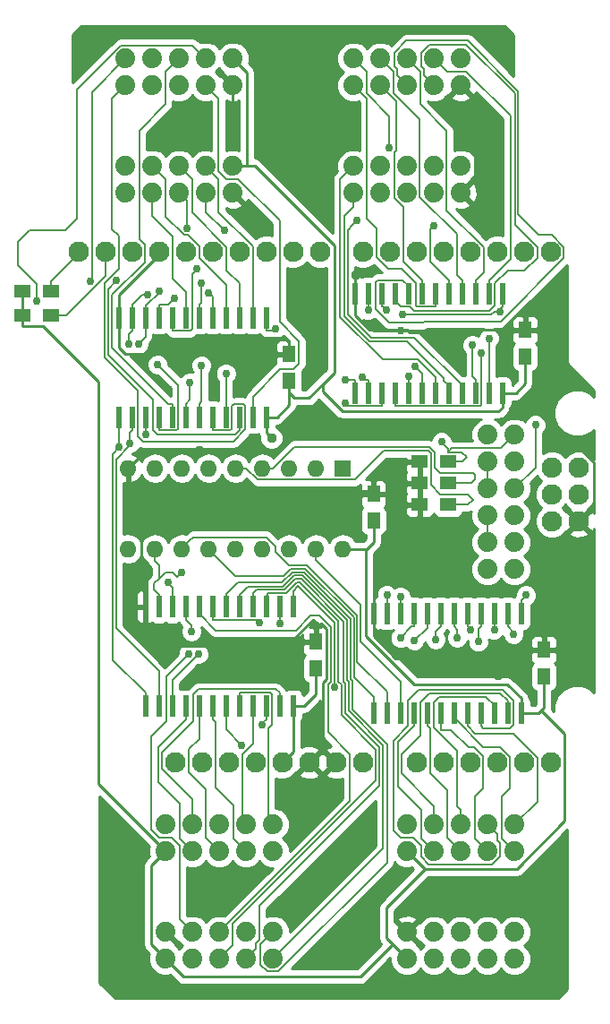
<source format=gtl>
G04 #@! TF.FileFunction,Copper,L1,Top,Signal*
%FSLAX46Y46*%
G04 Gerber Fmt 4.6, Leading zero omitted, Abs format (unit mm)*
G04 Created by KiCad (PCBNEW 4.0.7) date 04/09/18 16:23:24*
%MOMM*%
%LPD*%
G01*
G04 APERTURE LIST*
%ADD10C,0.100000*%
%ADD11R,1.500000X1.300000*%
%ADD12R,1.250000X1.500000*%
%ADD13C,1.879600*%
%ADD14R,0.600000X2.000000*%
%ADD15R,1.600000X1.600000*%
%ADD16O,1.600000X1.600000*%
%ADD17C,1.930400*%
%ADD18C,0.950000*%
%ADD19C,0.762000*%
%ADD20C,0.250000*%
%ADD21C,0.152400*%
%ADD22C,0.254000*%
G04 APERTURE END LIST*
D10*
D11*
X143590000Y-121539000D03*
X140890000Y-121539000D03*
D12*
X150876000Y-105049000D03*
X150876000Y-107549000D03*
X128524000Y-107335000D03*
X128524000Y-109835000D03*
X131064000Y-134513000D03*
X131064000Y-137013000D03*
X152654000Y-135275000D03*
X152654000Y-137775000D03*
X136525000Y-123043000D03*
X136525000Y-120543000D03*
D13*
X113030000Y-92075000D03*
X113030000Y-89535000D03*
X115570000Y-92075000D03*
X115570000Y-89535000D03*
X118110000Y-92075000D03*
X118110000Y-89535000D03*
X120650000Y-92075000D03*
X120650000Y-89535000D03*
X123190000Y-92075000D03*
X123190000Y-89535000D03*
X113030000Y-81915000D03*
X113030000Y-79375000D03*
X115570000Y-81915000D03*
X115570000Y-79375000D03*
X118110000Y-81915000D03*
X118110000Y-79375000D03*
X120650000Y-81915000D03*
X120650000Y-79375000D03*
X123190000Y-81915000D03*
X123190000Y-79375000D03*
X134620000Y-81915000D03*
X134620000Y-79375000D03*
X137160000Y-81915000D03*
X137160000Y-79375000D03*
X139700000Y-81915000D03*
X139700000Y-79375000D03*
X142240000Y-81915000D03*
X142240000Y-79375000D03*
X144780000Y-81915000D03*
X144780000Y-79375000D03*
X134620000Y-92075000D03*
X134620000Y-89535000D03*
X137160000Y-92075000D03*
X137160000Y-89535000D03*
X139700000Y-92075000D03*
X139700000Y-89535000D03*
X142240000Y-92075000D03*
X142240000Y-89535000D03*
X144780000Y-92075000D03*
X144780000Y-89535000D03*
X127000000Y-161925000D03*
X127000000Y-164465000D03*
X124460000Y-161925000D03*
X124460000Y-164465000D03*
X121920000Y-161925000D03*
X121920000Y-164465000D03*
X119380000Y-161925000D03*
X119380000Y-164465000D03*
X116840000Y-161925000D03*
X116840000Y-164465000D03*
X127000000Y-151765000D03*
X127000000Y-154305000D03*
X124460000Y-151765000D03*
X124460000Y-154305000D03*
X121920000Y-151765000D03*
X121920000Y-154305000D03*
X119380000Y-151765000D03*
X119380000Y-154305000D03*
X116840000Y-151765000D03*
X116840000Y-154305000D03*
X149860000Y-161925000D03*
X149860000Y-164465000D03*
X147320000Y-161925000D03*
X147320000Y-164465000D03*
X144780000Y-161925000D03*
X144780000Y-164465000D03*
X142240000Y-161925000D03*
X142240000Y-164465000D03*
X139700000Y-161925000D03*
X139700000Y-164465000D03*
X149860000Y-151765000D03*
X149860000Y-154305000D03*
X147320000Y-151765000D03*
X147320000Y-154305000D03*
X144780000Y-151765000D03*
X144780000Y-154305000D03*
X142240000Y-151765000D03*
X142240000Y-154305000D03*
X139700000Y-151765000D03*
X139700000Y-154305000D03*
X149860000Y-127635000D03*
X147320000Y-127635000D03*
X149860000Y-125095000D03*
X147320000Y-125095000D03*
X149860000Y-122555000D03*
X147320000Y-122555000D03*
X149860000Y-120015000D03*
X147320000Y-120015000D03*
X149860000Y-117475000D03*
X147320000Y-117475000D03*
X149860000Y-114935000D03*
X147320000Y-114935000D03*
D11*
X103298000Y-101346000D03*
X105998000Y-101346000D03*
X103298000Y-103632000D03*
X105998000Y-103632000D03*
X143590000Y-117475000D03*
X140890000Y-117475000D03*
X143590000Y-119507000D03*
X140890000Y-119507000D03*
D14*
X126365000Y-103885000D03*
X125095000Y-103885000D03*
X123825000Y-103885000D03*
X122555000Y-103885000D03*
X121285000Y-103885000D03*
X120015000Y-103885000D03*
X118745000Y-103885000D03*
X117475000Y-103885000D03*
X116205000Y-103885000D03*
X114935000Y-103885000D03*
X113665000Y-103885000D03*
X112395000Y-103885000D03*
X112395000Y-113285000D03*
X113665000Y-113285000D03*
X114935000Y-113285000D03*
X116205000Y-113285000D03*
X117475000Y-113285000D03*
X118745000Y-113285000D03*
X120015000Y-113285000D03*
X121285000Y-113285000D03*
X122555000Y-113285000D03*
X123825000Y-113285000D03*
X125095000Y-113285000D03*
X126365000Y-113285000D03*
X148717000Y-101599000D03*
X147447000Y-101599000D03*
X146177000Y-101599000D03*
X144907000Y-101599000D03*
X143637000Y-101599000D03*
X142367000Y-101599000D03*
X141097000Y-101599000D03*
X139827000Y-101599000D03*
X138557000Y-101599000D03*
X137287000Y-101599000D03*
X136017000Y-101599000D03*
X134747000Y-101599000D03*
X134747000Y-110999000D03*
X136017000Y-110999000D03*
X137287000Y-110999000D03*
X138557000Y-110999000D03*
X139827000Y-110999000D03*
X141097000Y-110999000D03*
X142367000Y-110999000D03*
X143637000Y-110999000D03*
X144907000Y-110999000D03*
X146177000Y-110999000D03*
X147447000Y-110999000D03*
X148717000Y-110999000D03*
X128905000Y-131190000D03*
X127635000Y-131190000D03*
X126365000Y-131190000D03*
X125095000Y-131190000D03*
X123825000Y-131190000D03*
X122555000Y-131190000D03*
X121285000Y-131190000D03*
X120015000Y-131190000D03*
X118745000Y-131190000D03*
X117475000Y-131190000D03*
X116205000Y-131190000D03*
X114935000Y-131190000D03*
X114935000Y-140590000D03*
X116205000Y-140590000D03*
X117475000Y-140590000D03*
X118745000Y-140590000D03*
X120015000Y-140590000D03*
X121285000Y-140590000D03*
X122555000Y-140590000D03*
X123825000Y-140590000D03*
X125095000Y-140590000D03*
X126365000Y-140590000D03*
X127635000Y-140590000D03*
X128905000Y-140590000D03*
X150495000Y-131825000D03*
X149225000Y-131825000D03*
X147955000Y-131825000D03*
X146685000Y-131825000D03*
X145415000Y-131825000D03*
X144145000Y-131825000D03*
X142875000Y-131825000D03*
X141605000Y-131825000D03*
X140335000Y-131825000D03*
X139065000Y-131825000D03*
X137795000Y-131825000D03*
X136525000Y-131825000D03*
X136525000Y-141225000D03*
X137795000Y-141225000D03*
X139065000Y-141225000D03*
X140335000Y-141225000D03*
X141605000Y-141225000D03*
X142875000Y-141225000D03*
X144145000Y-141225000D03*
X145415000Y-141225000D03*
X146685000Y-141225000D03*
X147955000Y-141225000D03*
X149225000Y-141225000D03*
X150495000Y-141225000D03*
D15*
X133604000Y-118110000D03*
D16*
X113284000Y-125730000D03*
X131064000Y-118110000D03*
X115824000Y-125730000D03*
X128524000Y-118110000D03*
X118364000Y-125730000D03*
X125984000Y-118110000D03*
X120904000Y-125730000D03*
X123444000Y-118110000D03*
X123444000Y-125730000D03*
X120904000Y-118110000D03*
X125984000Y-125730000D03*
X118364000Y-118110000D03*
X128524000Y-125730000D03*
X115824000Y-118110000D03*
X131064000Y-125730000D03*
X113284000Y-118110000D03*
X133604000Y-125730000D03*
D17*
X125349000Y-145923000D03*
X127889000Y-145923000D03*
X140589000Y-145923000D03*
X143129000Y-145923000D03*
X145669000Y-145923000D03*
X148209000Y-145923000D03*
X150749000Y-145923000D03*
X153289000Y-145923000D03*
X113665000Y-97663000D03*
X153289000Y-97663000D03*
X150749000Y-97663000D03*
X148209000Y-97663000D03*
X145669000Y-97663000D03*
X143129000Y-97663000D03*
X140589000Y-97663000D03*
X138049000Y-97663000D03*
X135509000Y-97663000D03*
X131445000Y-97663000D03*
X128905000Y-97663000D03*
X126365000Y-97663000D03*
X123825000Y-97663000D03*
X121285000Y-97663000D03*
X118745000Y-97663000D03*
X130429000Y-145923000D03*
X132969000Y-145923000D03*
X116205000Y-97663000D03*
X155968700Y-123111260D03*
X120269000Y-145923000D03*
X153428700Y-118033800D03*
X155968700Y-120573800D03*
X117729000Y-145923000D03*
X122809000Y-145923000D03*
X153428700Y-123111260D03*
X153428700Y-120573800D03*
X108585000Y-97663000D03*
X111125000Y-97663000D03*
X155968700Y-118033800D03*
X135509000Y-145923000D03*
D18*
X114851074Y-127749798D03*
X133731000Y-162941000D03*
X121412000Y-157480000D03*
X131064000Y-157480000D03*
X138684000Y-167640000D03*
X113284000Y-153924000D03*
X113284000Y-132588000D03*
X148336000Y-137668000D03*
X145796000Y-137160000D03*
X140208000Y-136652000D03*
X142240000Y-137160000D03*
X141339072Y-128834294D03*
X154940000Y-132080000D03*
X130429000Y-113665000D03*
X120015000Y-116459000D03*
D19*
X139065248Y-105096940D03*
D18*
X154305000Y-107950000D03*
X142875000Y-106045000D03*
X130810000Y-104140000D03*
X130175000Y-100330000D03*
X132080000Y-122809000D03*
X118618000Y-85979000D03*
X129032000Y-85725000D03*
X123190000Y-85979000D03*
X114554000Y-108077000D03*
X124460000Y-107335000D03*
X134891000Y-99839900D03*
X126492000Y-123063000D03*
X119126000Y-123063000D03*
D19*
X118336850Y-127988432D03*
X113348700Y-106359400D03*
X137795000Y-130099700D03*
X115153400Y-101676500D03*
X136017000Y-103166500D03*
X113491500Y-115731900D03*
X135456900Y-109461300D03*
X114935000Y-114905400D03*
X133884400Y-111974100D03*
X119934500Y-135684505D03*
X117069355Y-128895630D03*
X114286100Y-106359400D03*
X116212000Y-101397700D03*
X137738500Y-103171700D03*
X139065000Y-130267500D03*
X139290659Y-103581709D03*
X127235200Y-104921300D03*
X150960700Y-130107800D03*
X148498500Y-103312600D03*
X132850700Y-138819600D03*
X120205500Y-100623800D03*
D18*
X126872500Y-115257300D03*
D19*
X151851360Y-114018060D03*
X120929800Y-101538100D03*
X119803700Y-99288200D03*
X118840700Y-95449800D03*
X117660800Y-102057600D03*
X122398400Y-95635500D03*
X120248700Y-108391100D03*
X109739500Y-100429100D03*
X122555000Y-109155300D03*
X119137700Y-109989200D03*
X112202300Y-100368500D03*
X116095500Y-108300600D03*
X104648000Y-102319800D03*
X142264700Y-95216200D03*
X138024500Y-87849200D03*
X134933400Y-94718800D03*
X140439400Y-108465500D03*
X145870400Y-106465500D03*
X139827000Y-109422600D03*
X147447000Y-105822300D03*
X146738800Y-107244100D03*
X125732700Y-132668600D03*
X118997100Y-135684505D03*
X119295200Y-133539400D03*
X127635000Y-132746500D03*
X124059500Y-144297900D03*
X126000400Y-142367100D03*
X144435500Y-134129000D03*
X145691400Y-133392200D03*
X142398900Y-134270800D03*
X146427600Y-134507800D03*
X140395300Y-134391900D03*
X147955000Y-133396500D03*
X139073100Y-134155600D03*
X149797100Y-133802500D03*
X142961806Y-115634679D03*
X112414900Y-116147000D03*
X133874400Y-109747500D03*
D20*
X114851074Y-127078047D02*
X114851074Y-127749798D01*
X114773027Y-127000000D02*
X114851074Y-127078047D01*
X114554000Y-127000000D02*
X114773027Y-127000000D01*
X136525000Y-120543000D02*
X136525000Y-119838075D01*
X136525000Y-119838075D02*
X136096996Y-120266080D01*
X136096996Y-120266080D02*
X132864920Y-120266080D01*
X132864920Y-120266080D02*
X132588000Y-120543000D01*
X114554000Y-127000000D02*
X114554000Y-129433700D01*
X114554000Y-120543000D02*
X114554000Y-127000000D01*
X112268000Y-165100000D02*
X114808000Y-167640000D01*
X114808000Y-167640000D02*
X138684000Y-167640000D01*
X112268000Y-161838906D02*
X112268000Y-165100000D01*
X112268000Y-154940000D02*
X112268000Y-161838906D01*
X113284000Y-153924000D02*
X112268000Y-154940000D01*
X115697000Y-134112000D02*
X114935000Y-133350000D01*
X116513495Y-134928495D02*
X115697000Y-134112000D01*
X115697000Y-134112000D02*
X114808000Y-134112000D01*
X114808000Y-134112000D02*
X113284000Y-132588000D01*
X132064300Y-138072900D02*
X131766700Y-138370500D01*
X131546908Y-132762190D02*
X132064300Y-133279581D01*
X132064300Y-133279581D02*
X132064300Y-138072900D01*
X131064000Y-134513000D02*
X131064000Y-133245098D01*
X131064000Y-133245098D02*
X131546908Y-132762190D01*
X131766700Y-138370500D02*
X131766700Y-144758500D01*
X130825856Y-132457676D02*
X130778482Y-132457676D01*
X131064000Y-132695820D02*
X130825856Y-132457676D01*
X131064000Y-134513000D02*
X131064000Y-132695820D01*
X130778482Y-132457676D02*
X128307663Y-134928495D01*
X128307663Y-134928495D02*
X116513495Y-134928495D01*
X114935000Y-133350000D02*
X114935000Y-131190000D01*
X147320000Y-136048418D02*
X145288000Y-136048418D01*
X147320000Y-136048418D02*
X147320000Y-136652000D01*
X147320000Y-136652000D02*
X148336000Y-137668000D01*
X149128442Y-136048418D02*
X147320000Y-136048418D01*
X145288000Y-136048418D02*
X142240000Y-136048418D01*
X145288000Y-136048418D02*
X145288000Y-136652000D01*
X145288000Y-136652000D02*
X145796000Y-137160000D01*
X140208000Y-136048418D02*
X138588418Y-136048418D01*
X142240000Y-136048418D02*
X140208000Y-136048418D01*
X140208000Y-136048418D02*
X140208000Y-136652000D01*
X142240000Y-136048418D02*
X142240000Y-137160000D01*
X140667321Y-128834294D02*
X141339072Y-128834294D01*
X136595706Y-128834294D02*
X140667321Y-128834294D01*
X136525000Y-128905000D02*
X136595706Y-128834294D01*
X136525000Y-128905000D02*
X136525000Y-126929300D01*
X136525000Y-131825000D02*
X136525000Y-128905000D01*
X152654000Y-132080000D02*
X152654000Y-135275000D01*
X152654000Y-126426000D02*
X152654000Y-132080000D01*
X152654000Y-132080000D02*
X154940000Y-132080000D01*
X152654000Y-135275000D02*
X152654000Y-133979844D01*
X152654000Y-133979844D02*
X151925508Y-133251352D01*
X151925508Y-133251352D02*
X149128442Y-136048418D01*
X138588418Y-136048418D02*
X136525000Y-133985000D01*
X136525000Y-133985000D02*
X136525000Y-131825000D01*
X120015000Y-116459000D02*
X127635000Y-116459000D01*
X127635000Y-116459000D02*
X130429000Y-113665000D01*
X113284000Y-118110000D02*
X114935000Y-116459000D01*
X114935000Y-116459000D02*
X120015000Y-116459000D01*
X139604063Y-105096940D02*
X139065248Y-105096940D01*
X139719808Y-105049000D02*
X139955575Y-105284767D01*
X142004233Y-105284767D02*
X142240000Y-105049000D01*
X139955575Y-105284767D02*
X142004233Y-105284767D01*
X139652060Y-105096940D02*
X139604063Y-105096940D01*
X139700000Y-105049000D02*
X139652060Y-105096940D01*
X139700000Y-105049000D02*
X139719808Y-105049000D01*
X139586028Y-121505339D02*
X139365689Y-121285000D01*
X138357840Y-125096460D02*
X138357840Y-122292849D01*
X139365689Y-121285000D02*
X138565799Y-120485110D01*
X136525000Y-126929300D02*
X138357840Y-125096460D01*
X138357840Y-122292849D02*
X139365689Y-121285000D01*
X140714793Y-121505339D02*
X139586028Y-121505339D01*
X138565799Y-120485110D02*
X138565799Y-119095861D01*
X138091316Y-118618456D02*
X138599772Y-118110000D01*
X138599772Y-118110000D02*
X139234772Y-117475000D01*
X136525000Y-120543000D02*
X136525000Y-119030827D01*
X136525000Y-119030827D02*
X137672978Y-117882849D01*
X137672978Y-117882849D02*
X138372621Y-117882849D01*
X138372621Y-117882849D02*
X138599772Y-118110000D01*
X140890000Y-119507000D02*
X138979860Y-119507000D01*
X138979860Y-119507000D02*
X138091316Y-118618456D01*
X139234772Y-117475000D02*
X140890000Y-117475000D01*
X152761700Y-106856900D02*
X153211900Y-106856900D01*
X153211900Y-106856900D02*
X154305000Y-107950000D01*
X142240000Y-105049000D02*
X148632603Y-105049000D01*
X142240000Y-105049000D02*
X142240000Y-105410000D01*
X142240000Y-105410000D02*
X142875000Y-106045000D01*
X136164000Y-105049000D02*
X139700000Y-105049000D01*
X130810000Y-104140000D02*
X130810000Y-107950000D01*
X130810000Y-100965000D02*
X130810000Y-104140000D01*
X130175000Y-100330000D02*
X130810000Y-100965000D01*
X150876000Y-105049000D02*
X150876000Y-103576826D01*
X150876000Y-103576826D02*
X150668810Y-103369636D01*
X150668810Y-103369636D02*
X150668810Y-103041727D01*
X134747000Y-101599000D02*
X134747000Y-103632000D01*
X157364700Y-121715300D02*
X152654000Y-126426000D01*
X134747000Y-103632000D02*
X136164000Y-105049000D01*
X152761700Y-106856900D02*
X152761700Y-113236760D01*
X155905300Y-116049500D02*
X157364700Y-117508900D01*
X148632603Y-105049000D02*
X151392138Y-102289465D01*
X151392138Y-102289465D02*
X152539821Y-103437147D01*
X152539821Y-103437147D02*
X152539821Y-106635021D01*
X152761700Y-113236760D02*
X155574440Y-116049500D01*
X155574440Y-116049500D02*
X155905300Y-116049500D01*
X152539821Y-106635021D02*
X152761700Y-106856900D01*
X157364700Y-117508900D02*
X157364700Y-121715300D01*
X128524000Y-107335000D02*
X128524000Y-106055523D01*
X128524000Y-106055523D02*
X128209039Y-105740562D01*
X128209039Y-105740562D02*
X126054438Y-105740562D01*
X126054438Y-105740562D02*
X124460000Y-107335000D01*
X132588000Y-120543000D02*
X117348000Y-120543000D01*
X132588000Y-120543000D02*
X132588000Y-122301000D01*
X132588000Y-122301000D02*
X132080000Y-122809000D01*
X117348000Y-120543000D02*
X114554000Y-120543000D01*
X117348000Y-120543000D02*
X117348000Y-121285000D01*
X124460000Y-107335000D02*
X114300000Y-107335000D01*
X123190000Y-85725000D02*
X123190000Y-85979000D01*
X123190000Y-81915000D02*
X123190000Y-85725000D01*
X114300000Y-107335000D02*
X113050000Y-107335000D01*
X114300000Y-107335000D02*
X114300000Y-107823000D01*
X114300000Y-107823000D02*
X114554000Y-108077000D01*
X146136000Y-83271000D02*
X144780000Y-81915000D01*
X146136000Y-90719000D02*
X146136000Y-83271000D01*
X144780000Y-92075000D02*
X146136000Y-90719000D01*
X112395000Y-106680000D02*
X112395000Y-103885000D01*
X113050000Y-107335000D02*
X112395000Y-106680000D01*
X134747000Y-99983900D02*
X134747000Y-101599000D01*
X134891000Y-99839900D02*
X134747000Y-99983900D01*
X113284000Y-119634000D02*
X113284000Y-118110000D01*
X114193000Y-120543000D02*
X113284000Y-119634000D01*
X114554000Y-120543000D02*
X114193000Y-120543000D01*
X114554000Y-129433700D02*
X114935000Y-129814700D01*
X114935000Y-131190000D02*
X114935000Y-129814700D01*
X131804500Y-144758500D02*
X131766700Y-144758500D01*
X132969000Y-145923000D02*
X131804500Y-144758500D01*
X131593500Y-144758500D02*
X130429000Y-145923000D01*
X131766700Y-144758500D02*
X131593500Y-144758500D01*
X116205000Y-97943700D02*
X116205000Y-97663000D01*
X112395000Y-101753700D02*
X116205000Y-97943700D01*
X112395000Y-103885000D02*
X112395000Y-101753700D01*
X117348000Y-121285000D02*
X119126000Y-123063000D01*
X119126000Y-123063000D02*
X126492000Y-123063000D01*
D21*
X116205000Y-128524000D02*
X116807339Y-127921661D01*
X116807339Y-127921661D02*
X117508081Y-127921661D01*
X117508081Y-127921661D02*
X117955851Y-128369431D01*
X117955851Y-128369431D02*
X118336850Y-127988432D01*
X116205000Y-127242370D02*
X116205000Y-128524000D01*
X115824000Y-125730000D02*
X115824000Y-126861370D01*
X115824000Y-126861370D02*
X116205000Y-127242370D01*
X116205000Y-128524000D02*
X115752600Y-128976400D01*
X115752600Y-128976400D02*
X115752600Y-129591058D01*
X115752600Y-129591058D02*
X116205000Y-130043458D01*
X116205000Y-130043458D02*
X116205000Y-131190000D01*
X137795000Y-131825000D02*
X137795000Y-130099700D01*
X136017000Y-103166500D02*
X136017000Y-101599000D01*
X113665000Y-103885000D02*
X113665000Y-102633500D01*
X113348700Y-105452800D02*
X113348700Y-106359400D01*
X113665000Y-105136500D02*
X113348700Y-105452800D01*
X113665000Y-103885000D02*
X113665000Y-105136500D01*
X114622000Y-101676500D02*
X115153400Y-101676500D01*
X113665000Y-102633500D02*
X114622000Y-101676500D01*
X116205000Y-137314000D02*
X112140100Y-133249100D01*
X112140100Y-133249100D02*
X112140100Y-117316400D01*
X112140100Y-117316400D02*
X113491500Y-115965000D01*
X116205000Y-140590000D02*
X116205000Y-137314000D01*
X113491500Y-115965000D02*
X113491500Y-115731900D01*
X126381300Y-124638500D02*
X119455500Y-124638500D01*
X127254000Y-125511200D02*
X126381300Y-124638500D01*
X119163999Y-124930001D02*
X118364000Y-125730000D01*
X119455500Y-124638500D02*
X119163999Y-124930001D01*
X134988600Y-132052627D02*
X130206650Y-127270677D01*
X134988600Y-136421900D02*
X134988600Y-132052627D01*
X137795000Y-141225000D02*
X137795000Y-139228300D01*
X137795000Y-139228300D02*
X134988600Y-136421900D01*
X130206650Y-127270677D02*
X128532377Y-127270677D01*
X128532377Y-127270677D02*
X127254000Y-125992300D01*
X127254000Y-125992300D02*
X127254000Y-125511200D01*
X113665000Y-113285000D02*
X113665000Y-114536500D01*
X136017000Y-110999000D02*
X136017000Y-109747500D01*
X113491500Y-114710000D02*
X113491500Y-115731900D01*
X113665000Y-114536500D02*
X113491500Y-114710000D01*
X135743100Y-109747500D02*
X135456900Y-109461300D01*
X136017000Y-109747500D02*
X135743100Y-109747500D01*
X114935000Y-113285000D02*
X114935000Y-114536500D01*
X114935000Y-114536500D02*
X114935000Y-114905400D01*
X137287000Y-110999000D02*
X137287000Y-112250500D01*
X134160800Y-112250500D02*
X137287000Y-112250500D01*
X133884400Y-111974100D02*
X134160800Y-112250500D01*
X119553501Y-136065504D02*
X119934500Y-135684505D01*
X117475000Y-140590000D02*
X117475000Y-138144005D01*
X117475000Y-138144005D02*
X119553501Y-136065504D01*
X131064000Y-125730000D02*
X131064000Y-126781500D01*
X135316300Y-131033800D02*
X131064000Y-126781500D01*
X135316300Y-134518100D02*
X135316300Y-131033800D01*
X139065000Y-138266800D02*
X135316300Y-134518100D01*
X139065000Y-141225000D02*
X139065000Y-138266800D01*
X117450354Y-129276629D02*
X117069355Y-128895630D01*
X117475000Y-129301275D02*
X117450354Y-129276629D01*
X117475000Y-131190000D02*
X117475000Y-129301275D01*
X114935000Y-104510700D02*
X114935000Y-105136500D01*
X114935000Y-104510700D02*
X114935000Y-103885000D01*
X137287000Y-101599000D02*
X137287000Y-102850500D01*
X114935000Y-103885000D02*
X114935000Y-102633500D01*
X137417300Y-102850500D02*
X137287000Y-102850500D01*
X137738500Y-103171700D02*
X137417300Y-102850500D01*
X114935000Y-105710500D02*
X114286100Y-106359400D01*
X114935000Y-105136500D02*
X114935000Y-105710500D01*
X116212000Y-101512500D02*
X116212000Y-101397700D01*
X115091000Y-102633500D02*
X116212000Y-101512500D01*
X114935000Y-102633500D02*
X115091000Y-102633500D01*
X139065000Y-131825000D02*
X139065000Y-130267500D01*
X132850700Y-132692899D02*
X129392942Y-129235142D01*
X132850700Y-138819600D02*
X132850700Y-132692899D01*
X129392942Y-129235142D02*
X128905000Y-129723083D01*
X128905000Y-129723083D02*
X128905000Y-131190000D01*
X139829474Y-103581709D02*
X139290659Y-103581709D01*
X147959685Y-103312600D02*
X147690576Y-103581709D01*
X147690576Y-103581709D02*
X139829474Y-103581709D01*
X148498500Y-103312600D02*
X147959685Y-103312600D01*
X150495000Y-131825000D02*
X150495000Y-130573500D01*
X126365000Y-103885000D02*
X126365000Y-105136500D01*
X127020000Y-105136500D02*
X126365000Y-105136500D01*
X127235200Y-104921300D02*
X127020000Y-105136500D01*
X150495000Y-130573500D02*
X150960700Y-130107800D01*
X148717000Y-101599000D02*
X148717000Y-102850500D01*
X148498500Y-103069000D02*
X148498500Y-103312600D01*
X148717000Y-102850500D02*
X148498500Y-103069000D01*
X125984000Y-118110000D02*
X127035500Y-118110000D01*
X127035500Y-118110000D02*
X129056800Y-116088700D01*
X146138773Y-119152517D02*
X145784290Y-119507000D01*
X145784290Y-119507000D02*
X143590000Y-119507000D01*
X129056800Y-116088700D02*
X141844200Y-116088700D01*
X141844200Y-116088700D02*
X142358100Y-116602600D01*
X142358100Y-116602600D02*
X142358100Y-118049800D01*
X142358100Y-118049800D02*
X142849729Y-118541429D01*
X142849729Y-118541429D02*
X145982649Y-118541429D01*
X145982649Y-118541429D02*
X146138773Y-118697553D01*
X146138773Y-118697553D02*
X146138773Y-119152517D01*
X123444000Y-118110000D02*
X124495500Y-118110000D01*
X125562500Y-119177000D02*
X134754727Y-119177000D01*
X124495500Y-118110000D02*
X125562500Y-119177000D01*
X137472427Y-116459300D02*
X141740500Y-116459300D01*
X134754727Y-119177000D02*
X137472427Y-116459300D01*
X141740500Y-116459300D02*
X141966600Y-116685400D01*
X141966600Y-116685400D02*
X141966600Y-119690200D01*
X141966600Y-119690200D02*
X142863210Y-120586810D01*
X142863210Y-120586810D02*
X145445035Y-120586810D01*
X145445035Y-120586810D02*
X145925504Y-121067279D01*
X145925504Y-121067279D02*
X145453782Y-121539000D01*
X145453782Y-121539000D02*
X143590000Y-121539000D01*
X120205500Y-102443000D02*
X120205500Y-100623800D01*
X120015000Y-102633500D02*
X120205500Y-102443000D01*
X120015000Y-103885000D02*
X120015000Y-102633500D01*
X121285000Y-113285000D02*
X121285000Y-114536500D01*
X122959200Y-114536500D02*
X121285000Y-114536500D01*
X123106500Y-114389200D02*
X122959200Y-114536500D01*
X123106500Y-112242500D02*
X123106500Y-114389200D01*
X123315600Y-112033400D02*
X123106500Y-112242500D01*
X124244000Y-112033400D02*
X123315600Y-112033400D01*
X124384500Y-112173900D02*
X124244000Y-112033400D01*
X124384500Y-114450200D02*
X124384500Y-112173900D01*
X123263000Y-115571700D02*
X124384500Y-114450200D01*
X114680700Y-115571700D02*
X123263000Y-115571700D01*
X114216600Y-115107600D02*
X114680700Y-115571700D01*
X114216600Y-110793400D02*
X114216600Y-115107600D01*
X111072200Y-107649000D02*
X114216600Y-110793400D01*
X111072200Y-100575100D02*
X111072200Y-107649000D01*
X112395000Y-99252300D02*
X111072200Y-100575100D01*
X112395000Y-96139200D02*
X112395000Y-99252300D01*
X111788400Y-95532600D02*
X112395000Y-96139200D01*
X111788400Y-83156600D02*
X111788400Y-95532600D01*
X113030000Y-81915000D02*
X111788400Y-83156600D01*
X137908800Y-99252000D02*
X136832200Y-98175400D01*
X139199100Y-99252000D02*
X137908800Y-99252000D01*
X140545400Y-100598300D02*
X139199100Y-99252000D01*
X140545400Y-102730300D02*
X140545400Y-100598300D01*
X140665600Y-102850500D02*
X140545400Y-102730300D01*
X142367000Y-102850500D02*
X140665600Y-102850500D01*
X136832200Y-98175400D02*
X136832200Y-95442400D01*
X135890000Y-83185000D02*
X134620000Y-81915000D01*
X135890000Y-94500200D02*
X135890000Y-83185000D01*
X136832200Y-95442400D02*
X135890000Y-94500200D01*
X142367000Y-101599000D02*
X142367000Y-102850500D01*
X143184600Y-109846600D02*
X143637000Y-110299000D01*
X134620000Y-93404077D02*
X133741900Y-94282177D01*
X143637000Y-110299000D02*
X143637000Y-110999000D01*
X134620000Y-92075000D02*
X134620000Y-93404077D01*
X133741900Y-94282177D02*
X133741900Y-103730400D01*
X136143053Y-106131553D02*
X139732732Y-106131553D01*
X139732732Y-106131553D02*
X143184600Y-109583421D01*
X133741900Y-103730400D02*
X136143053Y-106131553D01*
X143184600Y-109583421D02*
X143184600Y-109846600D01*
X122555000Y-130023327D02*
X122555000Y-131190000D01*
X129935414Y-127925499D02*
X128850470Y-127925499D01*
X127537800Y-165676100D02*
X137794600Y-155419300D01*
X125803800Y-165002500D02*
X126477400Y-165676100D01*
X125803800Y-163121200D02*
X125803800Y-165002500D01*
X128850470Y-127925499D02*
X127851868Y-128924100D01*
X127851868Y-128924100D02*
X123654227Y-128924100D01*
X123654227Y-128924100D02*
X122555000Y-130023327D01*
X127000000Y-161925000D02*
X125803800Y-163121200D01*
X137794600Y-144174000D02*
X134504100Y-140883500D01*
X137794600Y-155419300D02*
X137794600Y-144174000D01*
X134504100Y-140883500D02*
X134504100Y-138187900D01*
X126477400Y-165676100D02*
X127537800Y-165676100D01*
X134504100Y-138187900D02*
X134333200Y-138017000D01*
X134333200Y-138017000D02*
X134333200Y-132323285D01*
X134333200Y-132323285D02*
X129935414Y-127925499D01*
D20*
X110493800Y-147958800D02*
X116840000Y-154305000D01*
X110493800Y-109888400D02*
X110493800Y-147958800D01*
X103298000Y-103632000D02*
X103298000Y-104657300D01*
X105262700Y-104657300D02*
X110493800Y-109888400D01*
X103298000Y-104657300D02*
X105262700Y-104657300D01*
X126872500Y-113285000D02*
X126618529Y-113285000D01*
X126618529Y-113285000D02*
X126401672Y-113501857D01*
X126401672Y-113501857D02*
X126401672Y-114786472D01*
X126401672Y-114786472D02*
X126872500Y-115257300D01*
X138334300Y-163099300D02*
X137778322Y-162543322D01*
X137778322Y-162543322D02*
X137778322Y-159619878D01*
X137778322Y-159619878D02*
X141396600Y-156001600D01*
X128524000Y-110163900D02*
X128524000Y-110958966D01*
X128524000Y-110958966D02*
X129037677Y-111472643D01*
X129037677Y-111472643D02*
X130398857Y-111472643D01*
X130398857Y-111472643D02*
X131707600Y-110163900D01*
X129920000Y-140590000D02*
X128905000Y-140590000D01*
X131064000Y-139446000D02*
X129920000Y-140590000D01*
X131064000Y-137013000D02*
X131064000Y-139446000D01*
X103298000Y-101346000D02*
X103298000Y-103632000D01*
X149986000Y-110999000D02*
X148717000Y-110999000D01*
X150876000Y-110109000D02*
X149986000Y-110999000D01*
X150876000Y-107549000D02*
X150876000Y-110109000D01*
X128524000Y-109835000D02*
X128524000Y-110163900D01*
X124554500Y-80739500D02*
X124554500Y-89535000D01*
X123190000Y-79375000D02*
X124554500Y-80739500D01*
X124554500Y-89535000D02*
X123190000Y-89535000D01*
X148717000Y-110999000D02*
X148717000Y-112374300D01*
X132800300Y-109071200D02*
X131707600Y-110163900D01*
X132800300Y-97066000D02*
X132800300Y-109071200D01*
X125269300Y-89535000D02*
X132800300Y-97066000D01*
X124554500Y-89535000D02*
X125269300Y-89535000D01*
X152654000Y-140716000D02*
X152399500Y-140970500D01*
X152654000Y-137775000D02*
X152654000Y-140716000D01*
X152145000Y-141225000D02*
X150495000Y-141225000D01*
X152399500Y-140970500D02*
X152145000Y-141225000D01*
X150070600Y-156001600D02*
X141396600Y-156001600D01*
X154632400Y-151439800D02*
X150070600Y-156001600D01*
X154632400Y-143203400D02*
X154632400Y-151439800D01*
X152399500Y-140970500D02*
X154632400Y-143203400D01*
X141396600Y-156001600D02*
X139700000Y-154305000D01*
X115495500Y-155649500D02*
X116840000Y-154305000D01*
X115495500Y-163120500D02*
X115495500Y-155649500D01*
X116840000Y-164465000D02*
X115495500Y-163120500D01*
X127380000Y-113285000D02*
X126872500Y-113285000D01*
X128524000Y-112141000D02*
X127380000Y-113285000D01*
X128524000Y-110163900D02*
X128524000Y-112141000D01*
X126872500Y-113285000D02*
X126365000Y-113285000D01*
X148358000Y-112733300D02*
X148717000Y-112374300D01*
X133574000Y-112733300D02*
X148358000Y-112733300D01*
X131707600Y-110866900D02*
X133574000Y-112733300D01*
X131707600Y-110163900D02*
X131707600Y-110866900D01*
X135890000Y-125730000D02*
X135767900Y-125730000D01*
X136525000Y-125095000D02*
X135890000Y-125730000D01*
X136525000Y-123043000D02*
X136525000Y-125095000D01*
X135767900Y-125730000D02*
X133604000Y-125730000D01*
X150495000Y-141225000D02*
X150495000Y-139849700D01*
X135767900Y-133937000D02*
X135767900Y-125730000D01*
X140369800Y-138538900D02*
X135767900Y-133937000D01*
X149184200Y-138538900D02*
X140369800Y-138538900D01*
X150495000Y-139849700D02*
X149184200Y-138538900D01*
X128905000Y-144907000D02*
X128905000Y-140590000D01*
X127889000Y-145923000D02*
X128905000Y-144907000D01*
X118540700Y-166165700D02*
X116840000Y-164465000D01*
X135267900Y-166165700D02*
X118540700Y-166165700D01*
X138334300Y-163099300D02*
X135267900Y-166165700D01*
X139700000Y-164465000D02*
X138334300Y-163099300D01*
D21*
X108585000Y-97857500D02*
X108585000Y-97663000D01*
X105998000Y-100444500D02*
X108585000Y-97857500D01*
X105998000Y-101346000D02*
X105998000Y-100444500D01*
X151851360Y-114556875D02*
X151851360Y-114018060D01*
X149860000Y-120015000D02*
X151851360Y-118023640D01*
X151851360Y-118023640D02*
X151851360Y-114556875D01*
X107469000Y-103632000D02*
X105998000Y-103632000D01*
X111125000Y-99976000D02*
X107469000Y-103632000D01*
X111125000Y-97663000D02*
X111125000Y-99976000D01*
X121285000Y-101893300D02*
X120929800Y-101538100D01*
X121285000Y-103885000D02*
X121285000Y-101893300D01*
X115570000Y-94261100D02*
X115570000Y-92075000D01*
X117498400Y-96189500D02*
X115570000Y-94261100D01*
X117498400Y-100203600D02*
X117498400Y-96189500D01*
X118745000Y-101450200D02*
X117498400Y-100203600D01*
X118745000Y-103885000D02*
X118745000Y-101450200D01*
X122555000Y-100759500D02*
X122555000Y-103885000D01*
X120068200Y-98272700D02*
X122555000Y-100759500D01*
X120068200Y-97166100D02*
X120068200Y-98272700D01*
X118984400Y-96082300D02*
X120068200Y-97166100D01*
X118578700Y-96082300D02*
X118984400Y-96082300D01*
X116840000Y-94343600D02*
X118578700Y-96082300D01*
X116840000Y-90805000D02*
X116840000Y-94343600D01*
X115570000Y-89535000D02*
X116840000Y-90805000D01*
X118840700Y-92805700D02*
X118110000Y-92075000D01*
X118840700Y-95449800D02*
X118840700Y-92805700D01*
X117475000Y-103885000D02*
X117475000Y-105136500D01*
X119367600Y-99724300D02*
X119803700Y-99288200D01*
X119367600Y-104938900D02*
X119367600Y-99724300D01*
X119170000Y-105136500D02*
X119367600Y-104938900D01*
X117475000Y-105136500D02*
X119170000Y-105136500D01*
X119380000Y-90805000D02*
X118110000Y-89535000D01*
X119380000Y-93956100D02*
X119380000Y-90805000D01*
X122608200Y-97184300D02*
X119380000Y-93956100D01*
X122608200Y-99422100D02*
X122608200Y-97184300D01*
X123825000Y-100638900D02*
X122608200Y-99422100D01*
X123825000Y-103885000D02*
X123825000Y-100638900D01*
X117084900Y-102633500D02*
X117660800Y-102057600D01*
X116205000Y-102633500D02*
X117084900Y-102633500D01*
X120650000Y-93887100D02*
X120650000Y-92075000D01*
X122398400Y-95635500D02*
X120650000Y-93887100D01*
X116205000Y-103885000D02*
X116205000Y-102633500D01*
X121867000Y-90752000D02*
X120650000Y-89535000D01*
X121867000Y-93931600D02*
X121867000Y-90752000D01*
X125095000Y-97159600D02*
X121867000Y-93931600D01*
X125095000Y-103885000D02*
X125095000Y-97159600D01*
X120248700Y-111799800D02*
X120248700Y-108391100D01*
X120015000Y-112033500D02*
X120248700Y-111799800D01*
X109855100Y-82549900D02*
X113030000Y-79375000D01*
X109855100Y-100313500D02*
X109855100Y-82549900D01*
X109739500Y-100429100D02*
X109855100Y-100313500D01*
X120015000Y-113285000D02*
X120015000Y-112033500D01*
X122555000Y-113285000D02*
X122555000Y-109155300D01*
X119137700Y-111640800D02*
X119137700Y-109989200D01*
X118745000Y-112033500D02*
X119137700Y-111640800D01*
X118745000Y-113285000D02*
X118745000Y-112033500D01*
X111399900Y-101170900D02*
X112202300Y-100368500D01*
X111399900Y-107349600D02*
X111399900Y-101170900D01*
X115653400Y-111603100D02*
X111399900Y-107349600D01*
X115653400Y-114491800D02*
X115653400Y-111603100D01*
X116058500Y-114896900D02*
X115653400Y-114491800D01*
X123464600Y-114896900D02*
X116058500Y-114896900D01*
X123825000Y-114536500D02*
X123464600Y-114896900D01*
X123825000Y-113285000D02*
X123825000Y-114536500D01*
X117475000Y-113285000D02*
X117475000Y-112033500D01*
X116840000Y-80645000D02*
X118110000Y-79375000D01*
X116840000Y-83714200D02*
X116840000Y-80645000D01*
X114372800Y-86181400D02*
X116840000Y-83714200D01*
X114372800Y-96440400D02*
X114372800Y-86181400D01*
X114882000Y-96949600D02*
X114372800Y-96440400D01*
X114882000Y-98628100D02*
X114882000Y-96949600D01*
X111766700Y-101743400D02*
X114882000Y-98628100D01*
X111766700Y-106738800D02*
X111766700Y-101743400D01*
X117061400Y-112033500D02*
X111766700Y-106738800D01*
X117475000Y-112033500D02*
X117061400Y-112033500D01*
X121867000Y-83132000D02*
X120650000Y-81915000D01*
X121867000Y-90070500D02*
X121867000Y-83132000D01*
X122601500Y-90805000D02*
X121867000Y-90070500D01*
X123735400Y-90805000D02*
X122601500Y-90805000D01*
X127635000Y-94704600D02*
X123735400Y-90805000D01*
X127635000Y-104235500D02*
X127635000Y-94704600D01*
X129481700Y-106082200D02*
X127635000Y-104235500D01*
X129481700Y-108215900D02*
X129481700Y-106082200D01*
X128939200Y-108758400D02*
X129481700Y-108215900D01*
X127704800Y-108758400D02*
X128939200Y-108758400D01*
X125095000Y-111368200D02*
X127704800Y-108758400D01*
X125095000Y-113285000D02*
X125095000Y-111368200D01*
X118026600Y-110231700D02*
X116095500Y-108300600D01*
X118026600Y-114389100D02*
X118026600Y-110231700D01*
X117879200Y-114536500D02*
X118026600Y-114389100D01*
X116205000Y-114536500D02*
X117879200Y-114536500D01*
X119411200Y-78136200D02*
X120650000Y-79375000D01*
X112582700Y-78136200D02*
X119411200Y-78136200D01*
X108436000Y-82282900D02*
X112582700Y-78136200D01*
X108436000Y-94538600D02*
X108436000Y-82282900D01*
X107344100Y-95630500D02*
X108436000Y-94538600D01*
X103947700Y-95630500D02*
X107344100Y-95630500D01*
X102861900Y-96716300D02*
X103947700Y-95630500D01*
X102861900Y-98929900D02*
X102861900Y-96716300D01*
X104648000Y-100716000D02*
X102861900Y-98929900D01*
X104648000Y-102319800D02*
X104648000Y-100716000D01*
X116205000Y-113285000D02*
X116205000Y-114536500D01*
X135890000Y-80645000D02*
X134620000Y-79375000D01*
X135890000Y-82689700D02*
X135890000Y-80645000D01*
X138024500Y-84824200D02*
X135890000Y-82689700D01*
X138024500Y-87849200D02*
X138024500Y-84824200D01*
X143637000Y-101599000D02*
X143637000Y-100347500D01*
X141906600Y-95574300D02*
X142264700Y-95216200D01*
X141906600Y-98617100D02*
X141906600Y-95574300D01*
X143637000Y-100347500D02*
X141906600Y-98617100D01*
X141097000Y-101599000D02*
X141097000Y-100347500D01*
X138657000Y-83412000D02*
X137160000Y-81915000D01*
X138657000Y-88111300D02*
X138657000Y-83412000D01*
X138493000Y-88275300D02*
X138657000Y-88111300D01*
X138493000Y-92595800D02*
X138493000Y-88275300D01*
X139319000Y-93421800D02*
X138493000Y-92595800D01*
X139319000Y-98569500D02*
X139319000Y-93421800D01*
X141097000Y-100347500D02*
X139319000Y-98569500D01*
X144907000Y-101599000D02*
X144907000Y-100347500D01*
X144399000Y-99839500D02*
X144907000Y-100347500D01*
X144399000Y-95990700D02*
X144399000Y-99839500D01*
X140891400Y-92483100D02*
X144399000Y-95990700D01*
X140891400Y-85151100D02*
X140891400Y-92483100D01*
X138430000Y-82689700D02*
X140891400Y-85151100D01*
X138430000Y-80645000D02*
X138430000Y-82689700D01*
X137160000Y-79375000D02*
X138430000Y-80645000D01*
X139275500Y-100347500D02*
X136882800Y-100347500D01*
X139827000Y-100899000D02*
X139275500Y-100347500D01*
X136882800Y-100347500D02*
X136710000Y-100520300D01*
X136710000Y-100520300D02*
X136710000Y-103047100D01*
X138023845Y-104360945D02*
X141253506Y-104360945D01*
X153424900Y-96069700D02*
X152179500Y-96069700D01*
X136710000Y-103047100D02*
X138023845Y-104360945D01*
X148568300Y-104219000D02*
X154542900Y-98244400D01*
X154542900Y-98244400D02*
X154542900Y-97187700D01*
X154542900Y-97187700D02*
X153424900Y-96069700D01*
X141395451Y-104219000D02*
X148568300Y-104219000D01*
X141253506Y-104360945D02*
X141395451Y-104219000D01*
X150233400Y-94123600D02*
X150233400Y-82518100D01*
X152179500Y-96069700D02*
X150233400Y-94123600D01*
X138490300Y-78864900D02*
X138490300Y-80144400D01*
X138760201Y-80414301D02*
X138760201Y-80975201D01*
X139652400Y-77702800D02*
X138490300Y-78864900D01*
X138490300Y-80144400D02*
X138760201Y-80414301D01*
X145418100Y-77702800D02*
X139652400Y-77702800D01*
X139827000Y-101599000D02*
X139827000Y-100899000D01*
X150233400Y-82518100D02*
X145418100Y-77702800D01*
X138760201Y-80975201D02*
X139700000Y-81915000D01*
X140970000Y-80645000D02*
X139700000Y-79375000D01*
X140970000Y-83712000D02*
X140970000Y-80645000D01*
X143457000Y-86199000D02*
X140970000Y-83712000D01*
X143457000Y-93728000D02*
X143457000Y-86199000D01*
X146939000Y-97210000D02*
X143457000Y-93728000D01*
X146939000Y-99585500D02*
X146939000Y-97210000D01*
X146177000Y-100347500D02*
X146939000Y-99585500D01*
X146177000Y-101599000D02*
X146177000Y-100347500D01*
X152019000Y-98216100D02*
X150817300Y-99417800D01*
X145299400Y-78086500D02*
X149905600Y-82692700D01*
X147485400Y-103217600D02*
X140351137Y-103217600D01*
X147998600Y-100646300D02*
X147998600Y-102704400D01*
X141300201Y-80414301D02*
X141030300Y-80144400D01*
X147998600Y-102704400D02*
X147485400Y-103217600D01*
X141300201Y-80975201D02*
X141300201Y-80414301D01*
X141808000Y-78086500D02*
X145299400Y-78086500D01*
X138557000Y-102299000D02*
X138557000Y-101599000D01*
X139108201Y-102850201D02*
X138557000Y-102299000D01*
X140351137Y-103217600D02*
X139983738Y-102850201D01*
X149227100Y-99417800D02*
X147998600Y-100646300D01*
X152019000Y-97212200D02*
X152019000Y-98216100D01*
X149905600Y-95098800D02*
X152019000Y-97212200D01*
X141030300Y-78864200D02*
X141808000Y-78086500D01*
X141030300Y-80144400D02*
X141030300Y-78864200D01*
X149905600Y-82692700D02*
X149905600Y-95098800D01*
X142240000Y-81915000D02*
X141300201Y-80975201D01*
X139983738Y-102850201D02*
X139108201Y-102850201D01*
X150817300Y-99417800D02*
X149227100Y-99417800D01*
X147447000Y-101599000D02*
X147447000Y-100347500D01*
X149480600Y-98313900D02*
X147447000Y-100347500D01*
X149480600Y-84815000D02*
X149480600Y-98313900D01*
X145310600Y-80645000D02*
X149480600Y-84815000D01*
X143510000Y-80645000D02*
X145310600Y-80645000D01*
X142240000Y-79375000D02*
X143510000Y-80645000D01*
X142367000Y-110999000D02*
X142367000Y-109747500D01*
X142367000Y-109462800D02*
X142367000Y-109747500D01*
X140737100Y-107832900D02*
X142367000Y-109462800D01*
X137380900Y-107832900D02*
X140737100Y-107832900D01*
X133355700Y-103807700D02*
X137380900Y-107832900D01*
X133355700Y-90799300D02*
X133355700Y-103807700D01*
X134620000Y-89535000D02*
X133355700Y-90799300D01*
X140412142Y-105804142D02*
X136279142Y-105804142D01*
X144907000Y-110999000D02*
X144907000Y-110299000D01*
X136279142Y-105804142D02*
X134069600Y-103594600D01*
X134069600Y-103594600D02*
X134069600Y-95582600D01*
X144907000Y-110299000D02*
X140412142Y-105804142D01*
X134552401Y-95099799D02*
X134933400Y-94718800D01*
X134069600Y-95582600D02*
X134552401Y-95099799D01*
X141097000Y-109123100D02*
X140439400Y-108465500D01*
X141097000Y-110999000D02*
X141097000Y-109123100D01*
X145870400Y-109440900D02*
X146177000Y-109747500D01*
X145870400Y-106465500D02*
X145870400Y-109440900D01*
X146177000Y-110999000D02*
X146177000Y-109747500D01*
X139827000Y-110999000D02*
X139827000Y-109747500D01*
X139827000Y-109747500D02*
X139827000Y-109422600D01*
X147447000Y-109747500D02*
X147447000Y-105822300D01*
X147447000Y-110999000D02*
X147447000Y-109747500D01*
X146738800Y-112114900D02*
X146738800Y-107244100D01*
X146603200Y-112250500D02*
X146738800Y-112114900D01*
X138557000Y-112250500D02*
X146603200Y-112250500D01*
X138557000Y-110999000D02*
X138557000Y-112250500D01*
X123825000Y-130076792D02*
X123825000Y-131190000D01*
X128986088Y-128252910D02*
X127958796Y-129280200D01*
X127958796Y-129280200D02*
X124621592Y-129280200D01*
X129799796Y-128252910D02*
X128986088Y-128252910D01*
X134005500Y-132458614D02*
X129799796Y-128252910D01*
X134005500Y-138152800D02*
X134005500Y-132458614D01*
X127000000Y-164465000D02*
X137421600Y-154043400D01*
X134176400Y-141019400D02*
X134176400Y-138323700D01*
X137421600Y-144264600D02*
X134176400Y-141019400D01*
X137421600Y-154043400D02*
X137421600Y-144264600D01*
X124621592Y-129280200D02*
X123825000Y-130076792D01*
X134176400Y-138323700D02*
X134005500Y-138152800D01*
X121285000Y-131190000D02*
X121285000Y-132441500D01*
X125505600Y-132441500D02*
X125732700Y-132668600D01*
X121285000Y-132441500D02*
X125505600Y-132441500D01*
X129121706Y-128580321D02*
X128094127Y-129607900D01*
X133848700Y-138459500D02*
X133677800Y-138288600D01*
X133848700Y-141242000D02*
X133848700Y-138459500D01*
X133677800Y-132593943D02*
X129664178Y-128580321D01*
X133677800Y-138288600D02*
X133677800Y-132593943D01*
X137093900Y-144487200D02*
X133848700Y-141242000D01*
X125399799Y-162987001D02*
X125730000Y-162656800D01*
X125730000Y-162656800D02*
X125730000Y-159484900D01*
X125399799Y-163525201D02*
X125399799Y-162987001D01*
X125430714Y-129607900D02*
X125095000Y-129943614D01*
X128094127Y-129607900D02*
X125430714Y-129607900D01*
X124460000Y-164465000D02*
X125399799Y-163525201D01*
X125095000Y-129943614D02*
X125095000Y-131190000D01*
X125730000Y-159484900D02*
X137093900Y-148121000D01*
X137093900Y-148121000D02*
X137093900Y-144487200D01*
X129664178Y-128580321D02*
X129121706Y-128580321D01*
X134292100Y-145125500D02*
X134292100Y-149552900D01*
X132218200Y-143051600D02*
X134292100Y-145125500D01*
X132522900Y-133100073D02*
X132522900Y-138252900D01*
X134292100Y-149552900D02*
X122859799Y-160985201D01*
X122859799Y-160985201D02*
X121920000Y-161925000D01*
X129161550Y-133436500D02*
X130591585Y-132006465D01*
X130591585Y-132006465D02*
X131429292Y-132006465D01*
X132522900Y-138252900D02*
X132218200Y-138557600D01*
X132218200Y-138557600D02*
X132218200Y-143051600D01*
X131429292Y-132006465D02*
X132522900Y-133100073D01*
X121561500Y-133436500D02*
X129161550Y-133436500D01*
X120015000Y-131890000D02*
X121561500Y-133436500D01*
X120015000Y-131190000D02*
X120015000Y-131890000D01*
X126559319Y-129938500D02*
X126365000Y-130132819D01*
X128226556Y-129938500D02*
X126559319Y-129938500D01*
X129257324Y-128907732D02*
X128226556Y-129938500D01*
X133483200Y-138557500D02*
X133178500Y-138252800D01*
X136728100Y-144700700D02*
X133483200Y-141455800D01*
X126365000Y-130132819D02*
X126365000Y-131190000D01*
X136728100Y-147612200D02*
X136728100Y-144700700D01*
X123190000Y-163195000D02*
X123190000Y-161150300D01*
X121920000Y-164465000D02*
X123190000Y-163195000D01*
X123190000Y-161150300D02*
X136728100Y-147612200D01*
X133483200Y-141455800D02*
X133483200Y-138557500D01*
X133178500Y-132557672D02*
X129528560Y-128907732D01*
X129528560Y-128907732D02*
X129257324Y-128907732D01*
X133178500Y-138252800D02*
X133178500Y-132557672D01*
X116923400Y-137758205D02*
X118616101Y-136065504D01*
X119380000Y-161925000D02*
X118163100Y-160708100D01*
X117428500Y-153035000D02*
X116280600Y-153035000D01*
X116280600Y-153035000D02*
X115520500Y-152274900D01*
X118163100Y-160708100D02*
X118163100Y-153769600D01*
X118163100Y-153769600D02*
X117428500Y-153035000D01*
X115520500Y-152274900D02*
X115520500Y-143431900D01*
X115520500Y-143431900D02*
X116923400Y-142029000D01*
X116923400Y-142029000D02*
X116923400Y-137758205D01*
X118616101Y-136065504D02*
X118997100Y-135684505D01*
X119295200Y-132991700D02*
X119295200Y-133539400D01*
X118745000Y-132441500D02*
X119295200Y-132991700D01*
X118745000Y-131190000D02*
X118745000Y-132441500D01*
X127635000Y-131190000D02*
X127635000Y-132441500D01*
X127635000Y-132441500D02*
X127635000Y-132746500D01*
X126566000Y-151331000D02*
X127000000Y-151765000D01*
X126566000Y-142716400D02*
X126566000Y-151331000D01*
X126931600Y-142350800D02*
X126566000Y-142716400D01*
X126931600Y-139500900D02*
X126931600Y-142350800D01*
X126769200Y-139338500D02*
X126931600Y-139500900D01*
X123825000Y-139338500D02*
X126769200Y-139338500D01*
X123825000Y-140590000D02*
X123825000Y-139338500D01*
X122555000Y-142793400D02*
X124059500Y-144297900D01*
X122555000Y-140590000D02*
X122555000Y-142793400D01*
X125095000Y-144157000D02*
X125095000Y-140590000D01*
X124101600Y-145150400D02*
X125095000Y-144157000D01*
X124101600Y-151406600D02*
X124101600Y-145150400D01*
X124460000Y-151765000D02*
X124101600Y-151406600D01*
X123268700Y-153113700D02*
X124460000Y-154305000D01*
X123268700Y-149987500D02*
X123268700Y-153113700D01*
X121539100Y-148257900D02*
X123268700Y-149987500D01*
X121539100Y-142095600D02*
X121539100Y-148257900D01*
X121285000Y-141841500D02*
X121539100Y-142095600D01*
X121285000Y-140590000D02*
X121285000Y-141841500D01*
X126365000Y-140590000D02*
X126365000Y-141841500D01*
X126000400Y-142206100D02*
X126000400Y-142367100D01*
X126365000Y-141841500D02*
X126000400Y-142206100D01*
X120015000Y-143712300D02*
X120015000Y-140590000D01*
X119050700Y-144676600D02*
X120015000Y-143712300D01*
X119050700Y-146882900D02*
X119050700Y-144676600D01*
X120650000Y-148482200D02*
X119050700Y-146882900D01*
X120650000Y-153035000D02*
X120650000Y-148482200D01*
X121920000Y-154305000D02*
X120650000Y-153035000D01*
X127635000Y-140590000D02*
X127635000Y-139338500D01*
X119380000Y-149359200D02*
X119380000Y-151765000D01*
X116491100Y-146470300D02*
X119380000Y-149359200D01*
X116491100Y-145004600D02*
X116491100Y-146470300D01*
X119463500Y-142032200D02*
X116491100Y-145004600D01*
X119463500Y-139477000D02*
X119463500Y-142032200D01*
X119949600Y-138990900D02*
X119463500Y-139477000D01*
X127287400Y-138990900D02*
X119949600Y-138990900D01*
X127635000Y-139338500D02*
X127287400Y-138990900D01*
X118163100Y-153088100D02*
X119380000Y-154305000D01*
X118163100Y-149787400D02*
X118163100Y-153088100D01*
X116146500Y-147770800D02*
X118163100Y-149787400D01*
X116146500Y-144440000D02*
X116146500Y-147770800D01*
X118745000Y-141841500D02*
X116146500Y-144440000D01*
X118745000Y-140590000D02*
X118745000Y-141841500D01*
X144435500Y-133367000D02*
X144435500Y-134129000D01*
X144145000Y-133076500D02*
X144435500Y-133367000D01*
X144145000Y-131825000D02*
X144145000Y-133076500D01*
X145415000Y-131825000D02*
X145415000Y-133076500D01*
X145691400Y-133352900D02*
X145691400Y-133392200D01*
X145415000Y-133076500D02*
X145691400Y-133352900D01*
X142398900Y-133552600D02*
X142398900Y-134270800D01*
X142875000Y-133076500D02*
X142398900Y-133552600D01*
X142875000Y-131825000D02*
X142875000Y-133076500D01*
X146427600Y-133333900D02*
X146427600Y-134507800D01*
X146685000Y-133076500D02*
X146427600Y-133333900D01*
X146685000Y-131825000D02*
X146685000Y-133076500D01*
X141605000Y-133182200D02*
X140395300Y-134391900D01*
X141605000Y-131825000D02*
X141605000Y-133182200D01*
X147955000Y-131825000D02*
X147955000Y-133076500D01*
X147955000Y-133076500D02*
X147955000Y-133396500D01*
X140152200Y-133076500D02*
X139073100Y-134155600D01*
X140335000Y-133076500D02*
X140152200Y-133076500D01*
X140335000Y-131825000D02*
X140335000Y-133076500D01*
X149797100Y-133648600D02*
X149797100Y-133802500D01*
X149225000Y-133076500D02*
X149797100Y-133648600D01*
X149225000Y-131825000D02*
X149225000Y-133076500D01*
X145415000Y-141225000D02*
X145415000Y-142476500D01*
X146144900Y-143206400D02*
X145415000Y-142476500D01*
X149779000Y-143206400D02*
X146144900Y-143206400D01*
X152019000Y-145446400D02*
X149779000Y-143206400D01*
X152019000Y-149606000D02*
X152019000Y-145446400D01*
X149860000Y-151765000D02*
X152019000Y-149606000D01*
X148657500Y-153102500D02*
X149860000Y-154305000D01*
X148657500Y-149145300D02*
X148657500Y-153102500D01*
X149436000Y-148366800D02*
X148657500Y-149145300D01*
X149436000Y-145372500D02*
X149436000Y-148366800D01*
X148492000Y-144428500D02*
X149436000Y-145372500D01*
X146903500Y-144428500D02*
X148492000Y-144428500D01*
X144145000Y-141670000D02*
X146903500Y-144428500D01*
X144145000Y-141225000D02*
X144145000Y-141670000D01*
X148259799Y-153245799D02*
X148259799Y-152704799D01*
X148532200Y-154782900D02*
X148532200Y-153518200D01*
X147765100Y-155550000D02*
X148532200Y-154782900D01*
X140288500Y-153035000D02*
X141023100Y-153769600D01*
X139140200Y-153035000D02*
X140288500Y-153035000D01*
X138409300Y-152304100D02*
X139140200Y-153035000D01*
X138409300Y-143850700D02*
X138409300Y-152304100D01*
X139783400Y-142476600D02*
X138409300Y-143850700D01*
X148755909Y-139040909D02*
X140796891Y-139040909D01*
X149789200Y-140074200D02*
X148755909Y-139040909D01*
X149789200Y-142324700D02*
X149789200Y-140074200D01*
X149442947Y-142670953D02*
X149789200Y-142324700D01*
X140796891Y-139040909D02*
X139783400Y-140054400D01*
X146901521Y-142670953D02*
X149442947Y-142670953D01*
X146685000Y-141225000D02*
X146685000Y-142454432D01*
X141023100Y-153769600D02*
X141023100Y-154837000D01*
X148259799Y-152704799D02*
X147320000Y-151765000D01*
X148532200Y-153518200D02*
X148259799Y-153245799D01*
X141023100Y-154837000D02*
X141736100Y-155550000D01*
X139783400Y-140054400D02*
X139783400Y-142476600D01*
X146685000Y-142454432D02*
X146901521Y-142670953D01*
X141736100Y-155550000D02*
X147765100Y-155550000D01*
X142875000Y-141225000D02*
X142875000Y-142841952D01*
X142875000Y-142841952D02*
X143865630Y-142841952D01*
X143865630Y-142841952D02*
X145513344Y-144489666D01*
X145513344Y-144489666D02*
X146035940Y-144489666D01*
X146035940Y-144489666D02*
X146885401Y-145339127D01*
X146885401Y-145339127D02*
X146885401Y-145861723D01*
X146885401Y-145861723D02*
X146896000Y-145872322D01*
X146896000Y-145872322D02*
X146896000Y-148366800D01*
X146896000Y-148366800D02*
X146102900Y-149159900D01*
X146102900Y-149159900D02*
X146102900Y-153087900D01*
X146102900Y-153087900D02*
X147320000Y-154305000D01*
X144780000Y-150435923D02*
X144780000Y-151765000D01*
X147955000Y-141225000D02*
X147955000Y-140525000D01*
X144399000Y-150054923D02*
X144780000Y-150435923D01*
X147125731Y-139695731D02*
X142726569Y-139695731D01*
X142726569Y-139695731D02*
X142205544Y-140216756D01*
X144399000Y-144828981D02*
X144399000Y-150054923D01*
X147955000Y-140525000D02*
X147125731Y-139695731D01*
X142205544Y-140216756D02*
X142205544Y-142635525D01*
X142205544Y-142635525D02*
X144399000Y-144828981D01*
X143510000Y-153035000D02*
X144780000Y-154305000D01*
X143510000Y-148572500D02*
X143510000Y-153035000D01*
X141859100Y-146921600D02*
X143510000Y-148572500D01*
X141859100Y-142730600D02*
X141859100Y-146921600D01*
X141605000Y-141225000D02*
X141605000Y-142476500D01*
X141605000Y-142476500D02*
X141859100Y-142730600D01*
X148543051Y-139368320D02*
X149225000Y-140050269D01*
X142240000Y-151765000D02*
X142240000Y-150036100D01*
X142240000Y-150036100D02*
X139151484Y-146947584D01*
X139151484Y-146947584D02*
X139151484Y-145181116D01*
X139151484Y-145181116D02*
X140973639Y-143358961D01*
X140973639Y-143358961D02*
X140973639Y-140196261D01*
X140973639Y-140196261D02*
X141801580Y-139368320D01*
X141801580Y-139368320D02*
X148543051Y-139368320D01*
X149225000Y-140050269D02*
X149225000Y-141225000D01*
X140335000Y-142377400D02*
X140335000Y-141225000D01*
X140335000Y-142476500D02*
X140335000Y-142377400D01*
X138824073Y-143987427D02*
X140335000Y-142476500D01*
X138824073Y-148158573D02*
X138824073Y-143987427D01*
X141023100Y-150357600D02*
X138824073Y-148158573D01*
X141023100Y-153088100D02*
X141023100Y-150357600D01*
X142240000Y-154305000D02*
X141023100Y-153088100D01*
X147320000Y-122555000D02*
X147320000Y-125095000D01*
X147320000Y-117475000D02*
X147320000Y-120015000D01*
X143590000Y-117475000D02*
X144984346Y-117475000D01*
X144984346Y-117475000D02*
X145392981Y-117066365D01*
X145392981Y-117066365D02*
X144900116Y-116573500D01*
X144900116Y-116573500D02*
X143590000Y-116573500D01*
X143590000Y-116262873D02*
X143342805Y-116015678D01*
X143590000Y-116573500D02*
X143590000Y-116262873D01*
X143342805Y-116015678D02*
X142961806Y-115634679D01*
X148590000Y-116205000D02*
X149860000Y-114935000D01*
X143958500Y-116205000D02*
X148590000Y-116205000D01*
X143590000Y-116573500D02*
X143958500Y-116205000D01*
X112414900Y-116147000D02*
X112395000Y-116127100D01*
X112395000Y-113285000D02*
X112395000Y-114536500D01*
X112395000Y-116127100D02*
X112395000Y-114536500D01*
X111812400Y-136215900D02*
X114935000Y-139338500D01*
X114935000Y-140590000D02*
X114935000Y-139338500D01*
X111812400Y-116749500D02*
X111812400Y-136215900D01*
X112414900Y-116147000D02*
X111812400Y-116749500D01*
X123474100Y-128300100D02*
X121703999Y-126529999D01*
X121703999Y-126529999D02*
X120904000Y-125730000D01*
X130071032Y-127598088D02*
X128714852Y-127598088D01*
X128714852Y-127598088D02*
X128012840Y-128300100D01*
X134660900Y-137881200D02*
X134660900Y-132187956D01*
X136525000Y-139745300D02*
X134660900Y-137881200D01*
X136525000Y-141225000D02*
X136525000Y-139745300D01*
X128012840Y-128300100D02*
X123474100Y-128300100D01*
X134660900Y-132187956D02*
X130071032Y-127598088D01*
X134747000Y-110999000D02*
X134747000Y-109747500D01*
X133874400Y-109747500D02*
X134747000Y-109747500D01*
D22*
G36*
X115319784Y-153859586D02*
X115265474Y-153990379D01*
X115264927Y-154616873D01*
X115320011Y-154750187D01*
X114958099Y-155112099D01*
X114793352Y-155358661D01*
X114735500Y-155649500D01*
X114735500Y-163120500D01*
X114793352Y-163411339D01*
X114958099Y-163657901D01*
X115319784Y-164019586D01*
X115265474Y-164150379D01*
X115264927Y-164776873D01*
X115504171Y-165355887D01*
X115946783Y-165799272D01*
X116525379Y-166039526D01*
X117151873Y-166040073D01*
X117285187Y-165984989D01*
X118003299Y-166703101D01*
X118249861Y-166867848D01*
X118540700Y-166925700D01*
X135267900Y-166925700D01*
X135558739Y-166867848D01*
X135805301Y-166703101D01*
X138125271Y-164383131D01*
X138124927Y-164776873D01*
X138364171Y-165355887D01*
X138806783Y-165799272D01*
X139385379Y-166039526D01*
X140011873Y-166040073D01*
X140590887Y-165800829D01*
X140970273Y-165422104D01*
X141346783Y-165799272D01*
X141925379Y-166039526D01*
X142551873Y-166040073D01*
X143130887Y-165800829D01*
X143510273Y-165422104D01*
X143886783Y-165799272D01*
X144465379Y-166039526D01*
X145091873Y-166040073D01*
X145670887Y-165800829D01*
X146050273Y-165422104D01*
X146426783Y-165799272D01*
X147005379Y-166039526D01*
X147631873Y-166040073D01*
X148210887Y-165800829D01*
X148590273Y-165422104D01*
X148966783Y-165799272D01*
X149545379Y-166039526D01*
X150171873Y-166040073D01*
X150750887Y-165800829D01*
X151194272Y-165358217D01*
X151434526Y-164779621D01*
X151435073Y-164153127D01*
X151195829Y-163574113D01*
X150817104Y-163194727D01*
X151194272Y-162818217D01*
X151434526Y-162239621D01*
X151435073Y-161613127D01*
X151195829Y-161034113D01*
X150753217Y-160590728D01*
X150174621Y-160350474D01*
X149548127Y-160349927D01*
X148969113Y-160589171D01*
X148589727Y-160967896D01*
X148213217Y-160590728D01*
X147634621Y-160350474D01*
X147008127Y-160349927D01*
X146429113Y-160589171D01*
X146049727Y-160967896D01*
X145673217Y-160590728D01*
X145094621Y-160350474D01*
X144468127Y-160349927D01*
X143889113Y-160589171D01*
X143509727Y-160967896D01*
X143133217Y-160590728D01*
X142554621Y-160350474D01*
X141928127Y-160349927D01*
X141349113Y-160589171D01*
X140907399Y-161030115D01*
X140808968Y-160995637D01*
X139879605Y-161925000D01*
X140808968Y-162854363D01*
X140907964Y-162819687D01*
X141282896Y-163195273D01*
X140969727Y-163507896D01*
X140594885Y-163132399D01*
X140629363Y-163033968D01*
X139700000Y-162104605D01*
X139685858Y-162118748D01*
X139506253Y-161939143D01*
X139520395Y-161925000D01*
X138591032Y-160995637D01*
X138538322Y-161014100D01*
X138538322Y-160816032D01*
X138770637Y-160816032D01*
X139700000Y-161745395D01*
X140629363Y-160816032D01*
X140538077Y-160555420D01*
X139950167Y-160338955D01*
X139324172Y-160363951D01*
X138861923Y-160555420D01*
X138770637Y-160816032D01*
X138538322Y-160816032D01*
X138538322Y-159934680D01*
X141711402Y-156761600D01*
X150070600Y-156761600D01*
X150361439Y-156703748D01*
X150608001Y-156539001D01*
X154865000Y-152282002D01*
X154865000Y-167345908D01*
X154010908Y-168200000D01*
X112054092Y-168200000D01*
X110565000Y-166710908D01*
X110565000Y-149104802D01*
X115319784Y-153859586D01*
X115319784Y-153859586D01*
G37*
X115319784Y-153859586D02*
X115265474Y-153990379D01*
X115264927Y-154616873D01*
X115320011Y-154750187D01*
X114958099Y-155112099D01*
X114793352Y-155358661D01*
X114735500Y-155649500D01*
X114735500Y-163120500D01*
X114793352Y-163411339D01*
X114958099Y-163657901D01*
X115319784Y-164019586D01*
X115265474Y-164150379D01*
X115264927Y-164776873D01*
X115504171Y-165355887D01*
X115946783Y-165799272D01*
X116525379Y-166039526D01*
X117151873Y-166040073D01*
X117285187Y-165984989D01*
X118003299Y-166703101D01*
X118249861Y-166867848D01*
X118540700Y-166925700D01*
X135267900Y-166925700D01*
X135558739Y-166867848D01*
X135805301Y-166703101D01*
X138125271Y-164383131D01*
X138124927Y-164776873D01*
X138364171Y-165355887D01*
X138806783Y-165799272D01*
X139385379Y-166039526D01*
X140011873Y-166040073D01*
X140590887Y-165800829D01*
X140970273Y-165422104D01*
X141346783Y-165799272D01*
X141925379Y-166039526D01*
X142551873Y-166040073D01*
X143130887Y-165800829D01*
X143510273Y-165422104D01*
X143886783Y-165799272D01*
X144465379Y-166039526D01*
X145091873Y-166040073D01*
X145670887Y-165800829D01*
X146050273Y-165422104D01*
X146426783Y-165799272D01*
X147005379Y-166039526D01*
X147631873Y-166040073D01*
X148210887Y-165800829D01*
X148590273Y-165422104D01*
X148966783Y-165799272D01*
X149545379Y-166039526D01*
X150171873Y-166040073D01*
X150750887Y-165800829D01*
X151194272Y-165358217D01*
X151434526Y-164779621D01*
X151435073Y-164153127D01*
X151195829Y-163574113D01*
X150817104Y-163194727D01*
X151194272Y-162818217D01*
X151434526Y-162239621D01*
X151435073Y-161613127D01*
X151195829Y-161034113D01*
X150753217Y-160590728D01*
X150174621Y-160350474D01*
X149548127Y-160349927D01*
X148969113Y-160589171D01*
X148589727Y-160967896D01*
X148213217Y-160590728D01*
X147634621Y-160350474D01*
X147008127Y-160349927D01*
X146429113Y-160589171D01*
X146049727Y-160967896D01*
X145673217Y-160590728D01*
X145094621Y-160350474D01*
X144468127Y-160349927D01*
X143889113Y-160589171D01*
X143509727Y-160967896D01*
X143133217Y-160590728D01*
X142554621Y-160350474D01*
X141928127Y-160349927D01*
X141349113Y-160589171D01*
X140907399Y-161030115D01*
X140808968Y-160995637D01*
X139879605Y-161925000D01*
X140808968Y-162854363D01*
X140907964Y-162819687D01*
X141282896Y-163195273D01*
X140969727Y-163507896D01*
X140594885Y-163132399D01*
X140629363Y-163033968D01*
X139700000Y-162104605D01*
X139685858Y-162118748D01*
X139506253Y-161939143D01*
X139520395Y-161925000D01*
X138591032Y-160995637D01*
X138538322Y-161014100D01*
X138538322Y-160816032D01*
X138770637Y-160816032D01*
X139700000Y-161745395D01*
X140629363Y-160816032D01*
X140538077Y-160555420D01*
X139950167Y-160338955D01*
X139324172Y-160363951D01*
X138861923Y-160555420D01*
X138770637Y-160816032D01*
X138538322Y-160816032D01*
X138538322Y-159934680D01*
X141711402Y-156761600D01*
X150070600Y-156761600D01*
X150361439Y-156703748D01*
X150608001Y-156539001D01*
X154865000Y-152282002D01*
X154865000Y-167345908D01*
X154010908Y-168200000D01*
X112054092Y-168200000D01*
X110565000Y-166710908D01*
X110565000Y-149104802D01*
X115319784Y-153859586D01*
G36*
X138806783Y-155639272D02*
X139385379Y-155879526D01*
X140011873Y-155880073D01*
X140145187Y-155824989D01*
X140321798Y-156001600D01*
X137240921Y-159082477D01*
X137076174Y-159329039D01*
X137018322Y-159619878D01*
X137018322Y-162543322D01*
X137076174Y-162834161D01*
X137240921Y-163080723D01*
X137259498Y-163099300D01*
X134953098Y-165405700D01*
X128813988Y-165405700D01*
X138297495Y-155922194D01*
X138451663Y-155691464D01*
X138505800Y-155419300D01*
X138505800Y-155337763D01*
X138806783Y-155639272D01*
X138806783Y-155639272D01*
G37*
X138806783Y-155639272D02*
X139385379Y-155879526D01*
X140011873Y-155880073D01*
X140145187Y-155824989D01*
X140321798Y-156001600D01*
X137240921Y-159082477D01*
X137076174Y-159329039D01*
X137018322Y-159619878D01*
X137018322Y-162543322D01*
X137076174Y-162834161D01*
X137240921Y-163080723D01*
X137259498Y-163099300D01*
X134953098Y-165405700D01*
X128813988Y-165405700D01*
X138297495Y-155922194D01*
X138451663Y-155691464D01*
X138505800Y-155419300D01*
X138505800Y-155337763D01*
X138806783Y-155639272D01*
G36*
X117033748Y-161910858D02*
X117019605Y-161925000D01*
X117948968Y-162854363D01*
X118047964Y-162819687D01*
X118422896Y-163195273D01*
X118109727Y-163507896D01*
X117734885Y-163132399D01*
X117769363Y-163033968D01*
X116840000Y-162104605D01*
X116825858Y-162118748D01*
X116646253Y-161939143D01*
X116660395Y-161925000D01*
X116646253Y-161910858D01*
X116825858Y-161731253D01*
X116840000Y-161745395D01*
X116854143Y-161731253D01*
X117033748Y-161910858D01*
X117033748Y-161910858D01*
G37*
X117033748Y-161910858D02*
X117019605Y-161925000D01*
X117948968Y-162854363D01*
X118047964Y-162819687D01*
X118422896Y-163195273D01*
X118109727Y-163507896D01*
X117734885Y-163132399D01*
X117769363Y-163033968D01*
X116840000Y-162104605D01*
X116825858Y-162118748D01*
X116646253Y-161939143D01*
X116660395Y-161925000D01*
X116646253Y-161910858D01*
X116825858Y-161731253D01*
X116840000Y-161745395D01*
X116854143Y-161731253D01*
X117033748Y-161910858D01*
G36*
X136710400Y-153748812D02*
X128574836Y-161884376D01*
X128575073Y-161613127D01*
X128335829Y-161034113D01*
X127893217Y-160590728D01*
X127314621Y-160350474D01*
X126688127Y-160349927D01*
X126441200Y-160451955D01*
X126441200Y-159779488D01*
X136710400Y-149510289D01*
X136710400Y-153748812D01*
X136710400Y-153748812D01*
G37*
X136710400Y-153748812D02*
X128574836Y-161884376D01*
X128575073Y-161613127D01*
X128335829Y-161034113D01*
X127893217Y-160590728D01*
X127314621Y-160350474D01*
X126688127Y-160349927D01*
X126441200Y-160451955D01*
X126441200Y-159779488D01*
X136710400Y-149510289D01*
X136710400Y-153748812D01*
G36*
X126106783Y-155639272D02*
X126685379Y-155879526D01*
X126959447Y-155879765D01*
X122414179Y-160425033D01*
X122234621Y-160350474D01*
X121608127Y-160349927D01*
X121029113Y-160589171D01*
X120649727Y-160967896D01*
X120273217Y-160590728D01*
X119694621Y-160350474D01*
X119068127Y-160349927D01*
X118885978Y-160425190D01*
X118874300Y-160413512D01*
X118874300Y-155800183D01*
X119065379Y-155879526D01*
X119691873Y-155880073D01*
X120270887Y-155640829D01*
X120650273Y-155262104D01*
X121026783Y-155639272D01*
X121605379Y-155879526D01*
X122231873Y-155880073D01*
X122810887Y-155640829D01*
X123190273Y-155262104D01*
X123566783Y-155639272D01*
X124145379Y-155879526D01*
X124771873Y-155880073D01*
X125350887Y-155640829D01*
X125730273Y-155262104D01*
X126106783Y-155639272D01*
X126106783Y-155639272D01*
G37*
X126106783Y-155639272D02*
X126685379Y-155879526D01*
X126959447Y-155879765D01*
X122414179Y-160425033D01*
X122234621Y-160350474D01*
X121608127Y-160349927D01*
X121029113Y-160589171D01*
X120649727Y-160967896D01*
X120273217Y-160590728D01*
X119694621Y-160350474D01*
X119068127Y-160349927D01*
X118885978Y-160425190D01*
X118874300Y-160413512D01*
X118874300Y-155800183D01*
X119065379Y-155879526D01*
X119691873Y-155880073D01*
X120270887Y-155640829D01*
X120650273Y-155262104D01*
X121026783Y-155639272D01*
X121605379Y-155879526D01*
X122231873Y-155880073D01*
X122810887Y-155640829D01*
X123190273Y-155262104D01*
X123566783Y-155639272D01*
X124145379Y-155879526D01*
X124771873Y-155880073D01*
X125350887Y-155640829D01*
X125730273Y-155262104D01*
X126106783Y-155639272D01*
G36*
X131507000Y-143051600D02*
X131561137Y-143323765D01*
X131715306Y-143554494D01*
X132524052Y-144363240D01*
X132115654Y-144532404D01*
X132021255Y-144795650D01*
X132969000Y-145743395D01*
X132983143Y-145729253D01*
X133162748Y-145908858D01*
X133148605Y-145923000D01*
X133162748Y-145937143D01*
X132983143Y-146116748D01*
X132969000Y-146102605D01*
X132021255Y-147050350D01*
X132115654Y-147313596D01*
X132712769Y-147534305D01*
X133348893Y-147509707D01*
X133580900Y-147413606D01*
X133580900Y-149258312D01*
X128574836Y-154264376D01*
X128575073Y-153993127D01*
X128335829Y-153414113D01*
X127957104Y-153034727D01*
X128334272Y-152658217D01*
X128574526Y-152079621D01*
X128575073Y-151453127D01*
X128335829Y-150874113D01*
X127893217Y-150430728D01*
X127314621Y-150190474D01*
X127277200Y-150190441D01*
X127277200Y-147401630D01*
X127569304Y-147522922D01*
X128205903Y-147523477D01*
X128794256Y-147280375D01*
X129024682Y-147050350D01*
X129481255Y-147050350D01*
X129575654Y-147313596D01*
X130172769Y-147534305D01*
X130808893Y-147509707D01*
X131282346Y-147313596D01*
X131376745Y-147050350D01*
X130429000Y-146102605D01*
X129481255Y-147050350D01*
X129024682Y-147050350D01*
X129230250Y-146845141D01*
X129301650Y-146870745D01*
X130249395Y-145923000D01*
X130608605Y-145923000D01*
X131556350Y-146870745D01*
X131699000Y-146819591D01*
X131841650Y-146870745D01*
X132789395Y-145923000D01*
X131841650Y-144975255D01*
X131699000Y-145026409D01*
X131556350Y-144975255D01*
X130608605Y-145923000D01*
X130249395Y-145923000D01*
X130235253Y-145908858D01*
X130414858Y-145729253D01*
X130429000Y-145743395D01*
X131376745Y-144795650D01*
X131282346Y-144532404D01*
X130685231Y-144311695D01*
X130049107Y-144336293D01*
X129665000Y-144495396D01*
X129665000Y-142041563D01*
X129801431Y-141841890D01*
X129852440Y-141590000D01*
X129852440Y-141350000D01*
X129920000Y-141350000D01*
X130210839Y-141292148D01*
X130457401Y-141127401D01*
X131507000Y-140077802D01*
X131507000Y-143051600D01*
X131507000Y-143051600D01*
G37*
X131507000Y-143051600D02*
X131561137Y-143323765D01*
X131715306Y-143554494D01*
X132524052Y-144363240D01*
X132115654Y-144532404D01*
X132021255Y-144795650D01*
X132969000Y-145743395D01*
X132983143Y-145729253D01*
X133162748Y-145908858D01*
X133148605Y-145923000D01*
X133162748Y-145937143D01*
X132983143Y-146116748D01*
X132969000Y-146102605D01*
X132021255Y-147050350D01*
X132115654Y-147313596D01*
X132712769Y-147534305D01*
X133348893Y-147509707D01*
X133580900Y-147413606D01*
X133580900Y-149258312D01*
X128574836Y-154264376D01*
X128575073Y-153993127D01*
X128335829Y-153414113D01*
X127957104Y-153034727D01*
X128334272Y-152658217D01*
X128574526Y-152079621D01*
X128575073Y-151453127D01*
X128335829Y-150874113D01*
X127893217Y-150430728D01*
X127314621Y-150190474D01*
X127277200Y-150190441D01*
X127277200Y-147401630D01*
X127569304Y-147522922D01*
X128205903Y-147523477D01*
X128794256Y-147280375D01*
X129024682Y-147050350D01*
X129481255Y-147050350D01*
X129575654Y-147313596D01*
X130172769Y-147534305D01*
X130808893Y-147509707D01*
X131282346Y-147313596D01*
X131376745Y-147050350D01*
X130429000Y-146102605D01*
X129481255Y-147050350D01*
X129024682Y-147050350D01*
X129230250Y-146845141D01*
X129301650Y-146870745D01*
X130249395Y-145923000D01*
X130608605Y-145923000D01*
X131556350Y-146870745D01*
X131699000Y-146819591D01*
X131841650Y-146870745D01*
X132789395Y-145923000D01*
X131841650Y-144975255D01*
X131699000Y-145026409D01*
X131556350Y-144975255D01*
X130608605Y-145923000D01*
X130249395Y-145923000D01*
X130235253Y-145908858D01*
X130414858Y-145729253D01*
X130429000Y-145743395D01*
X131376745Y-144795650D01*
X131282346Y-144532404D01*
X130685231Y-144311695D01*
X130049107Y-144336293D01*
X129665000Y-144495396D01*
X129665000Y-142041563D01*
X129801431Y-141841890D01*
X129852440Y-141590000D01*
X129852440Y-141350000D01*
X129920000Y-141350000D01*
X130210839Y-141292148D01*
X130457401Y-141127401D01*
X131507000Y-140077802D01*
X131507000Y-143051600D01*
G36*
X139893748Y-151750858D02*
X139879605Y-151765000D01*
X139893748Y-151779143D01*
X139714143Y-151958748D01*
X139700000Y-151944605D01*
X139685858Y-151958748D01*
X139506253Y-151779143D01*
X139520395Y-151765000D01*
X139506253Y-151750858D01*
X139685858Y-151571253D01*
X139700000Y-151585395D01*
X139714143Y-151571253D01*
X139893748Y-151750858D01*
X139893748Y-151750858D01*
G37*
X139893748Y-151750858D02*
X139879605Y-151765000D01*
X139893748Y-151779143D01*
X139714143Y-151958748D01*
X139700000Y-151944605D01*
X139685858Y-151958748D01*
X139506253Y-151779143D01*
X139520395Y-151765000D01*
X139506253Y-151750858D01*
X139685858Y-151571253D01*
X139700000Y-151585395D01*
X139714143Y-151571253D01*
X139893748Y-151750858D01*
G36*
X117033748Y-151750858D02*
X117019605Y-151765000D01*
X117033748Y-151779143D01*
X116854143Y-151958748D01*
X116840000Y-151944605D01*
X116825858Y-151958748D01*
X116646253Y-151779143D01*
X116660395Y-151765000D01*
X116646253Y-151750858D01*
X116825858Y-151571253D01*
X116840000Y-151585395D01*
X116854143Y-151571253D01*
X117033748Y-151750858D01*
X117033748Y-151750858D01*
G37*
X117033748Y-151750858D02*
X117019605Y-151765000D01*
X117033748Y-151779143D01*
X116854143Y-151958748D01*
X116840000Y-151944605D01*
X116825858Y-151958748D01*
X116646253Y-151779143D01*
X116660395Y-151765000D01*
X116646253Y-151750858D01*
X116825858Y-151571253D01*
X116840000Y-151585395D01*
X116854143Y-151571253D01*
X117033748Y-151750858D01*
G36*
X139505000Y-117189250D02*
X139663750Y-117348000D01*
X140763000Y-117348000D01*
X140763000Y-117328000D01*
X141017000Y-117328000D01*
X141017000Y-117348000D01*
X141037000Y-117348000D01*
X141037000Y-117602000D01*
X141017000Y-117602000D01*
X141017000Y-119380000D01*
X141037000Y-119380000D01*
X141037000Y-119634000D01*
X141017000Y-119634000D01*
X141017000Y-121412000D01*
X141037000Y-121412000D01*
X141037000Y-121666000D01*
X141017000Y-121666000D01*
X141017000Y-122665250D01*
X141175750Y-122824000D01*
X141766309Y-122824000D01*
X141999698Y-122727327D01*
X142178327Y-122548699D01*
X142234654Y-122412713D01*
X142236838Y-122424317D01*
X142375910Y-122640441D01*
X142588110Y-122785431D01*
X142840000Y-122836440D01*
X144340000Y-122836440D01*
X144575317Y-122792162D01*
X144791441Y-122653090D01*
X144936431Y-122440890D01*
X144975047Y-122250200D01*
X145453782Y-122250200D01*
X145725946Y-122196063D01*
X145759382Y-122173722D01*
X145778440Y-122160988D01*
X145745474Y-122240379D01*
X145744927Y-122866873D01*
X145984171Y-123445887D01*
X146362896Y-123825273D01*
X145985728Y-124201783D01*
X145745474Y-124780379D01*
X145744927Y-125406873D01*
X145984171Y-125985887D01*
X146362896Y-126365273D01*
X145985728Y-126741783D01*
X145745474Y-127320379D01*
X145744927Y-127946873D01*
X145984171Y-128525887D01*
X146426783Y-128969272D01*
X147005379Y-129209526D01*
X147631873Y-129210073D01*
X148210887Y-128970829D01*
X148590273Y-128592104D01*
X148966783Y-128969272D01*
X149545379Y-129209526D01*
X150171873Y-129210073D01*
X150750887Y-128970829D01*
X151194272Y-128528217D01*
X151434526Y-127949621D01*
X151435073Y-127323127D01*
X151195829Y-126744113D01*
X150817104Y-126364727D01*
X151194272Y-125988217D01*
X151434526Y-125409621D01*
X151435073Y-124783127D01*
X151195829Y-124204113D01*
X150817104Y-123824727D01*
X151194272Y-123448217D01*
X151434526Y-122869621D01*
X151435073Y-122243127D01*
X151195829Y-121664113D01*
X150817104Y-121284727D01*
X151194272Y-120908217D01*
X151434526Y-120329621D01*
X151435073Y-119703127D01*
X151359810Y-119520978D01*
X152033435Y-118847354D01*
X152071325Y-118939056D01*
X152435674Y-119304042D01*
X152072907Y-119666176D01*
X151828778Y-120254104D01*
X151828223Y-120890703D01*
X152071325Y-121479056D01*
X152434404Y-121842770D01*
X152072907Y-122203636D01*
X151828778Y-122791564D01*
X151828223Y-123428163D01*
X152071325Y-124016516D01*
X152521076Y-124467053D01*
X153109004Y-124711182D01*
X153745603Y-124711737D01*
X154333956Y-124468635D01*
X154564382Y-124238610D01*
X155020955Y-124238610D01*
X155115354Y-124501856D01*
X155712469Y-124722565D01*
X156348593Y-124697967D01*
X156822046Y-124501856D01*
X156916445Y-124238610D01*
X155968700Y-123290865D01*
X155020955Y-124238610D01*
X154564382Y-124238610D01*
X154769950Y-124033401D01*
X154841350Y-124059005D01*
X155789095Y-123111260D01*
X154841350Y-122163515D01*
X154769412Y-122189312D01*
X154422996Y-121842290D01*
X154698942Y-121566826D01*
X155045889Y-121914379D01*
X155020955Y-121983910D01*
X155968700Y-122931655D01*
X156916445Y-121983910D01*
X156891319Y-121913842D01*
X157324493Y-121481424D01*
X157405000Y-121287542D01*
X157405000Y-122368253D01*
X157359296Y-122257914D01*
X157096050Y-122163515D01*
X156148305Y-123111260D01*
X157096050Y-124059005D01*
X157359296Y-123964606D01*
X157405000Y-123840957D01*
X157405000Y-139275917D01*
X157089589Y-138959955D01*
X156273022Y-138620887D01*
X155388857Y-138620115D01*
X154571700Y-138957758D01*
X153945955Y-139582411D01*
X153606887Y-140398978D01*
X153606273Y-141102471D01*
X153381780Y-140877978D01*
X153414000Y-140716000D01*
X153414000Y-139147038D01*
X153514317Y-139128162D01*
X153730441Y-138989090D01*
X153875431Y-138776890D01*
X153926440Y-138525000D01*
X153926440Y-137025000D01*
X153882162Y-136789683D01*
X153743090Y-136573559D01*
X153674994Y-136527031D01*
X153817327Y-136384698D01*
X153914000Y-136151309D01*
X153914000Y-135560750D01*
X153755250Y-135402000D01*
X152781000Y-135402000D01*
X152781000Y-135422000D01*
X152527000Y-135422000D01*
X152527000Y-135402000D01*
X151552750Y-135402000D01*
X151394000Y-135560750D01*
X151394000Y-136151309D01*
X151490673Y-136384698D01*
X151631910Y-136525936D01*
X151577559Y-136560910D01*
X151432569Y-136773110D01*
X151381560Y-137025000D01*
X151381560Y-138525000D01*
X151425838Y-138760317D01*
X151564910Y-138976441D01*
X151777110Y-139121431D01*
X151894000Y-139145102D01*
X151894000Y-140401198D01*
X151830198Y-140465000D01*
X151442440Y-140465000D01*
X151442440Y-140225000D01*
X151398162Y-139989683D01*
X151259090Y-139773559D01*
X151236829Y-139758349D01*
X151197148Y-139558861D01*
X151032401Y-139312299D01*
X149721601Y-138001499D01*
X149475039Y-137836752D01*
X149184200Y-137778900D01*
X140684602Y-137778900D01*
X136527900Y-133622198D01*
X136527900Y-133460000D01*
X136652002Y-133460000D01*
X136652002Y-133301252D01*
X136810750Y-133460000D01*
X136951310Y-133460000D01*
X137168122Y-133370194D01*
X137243110Y-133421431D01*
X137495000Y-133472440D01*
X138095000Y-133472440D01*
X138330317Y-133428162D01*
X138424284Y-133367696D01*
X138212279Y-133579331D01*
X138057276Y-133952618D01*
X138056924Y-134356808D01*
X138211275Y-134730366D01*
X138496831Y-135016421D01*
X138870118Y-135171424D01*
X139274308Y-135171776D01*
X139602753Y-135036065D01*
X139819031Y-135252721D01*
X140192318Y-135407724D01*
X140596508Y-135408076D01*
X140970066Y-135253725D01*
X141256121Y-134968169D01*
X141411124Y-134594882D01*
X141411171Y-134540855D01*
X141537075Y-134845566D01*
X141822631Y-135131621D01*
X142195918Y-135286624D01*
X142600108Y-135286976D01*
X142973666Y-135132625D01*
X143259721Y-134847069D01*
X143414724Y-134473782D01*
X143415076Y-134069592D01*
X143260880Y-133696408D01*
X143377894Y-133579394D01*
X143510000Y-133381684D01*
X143604440Y-133523022D01*
X143574679Y-133552731D01*
X143419676Y-133926018D01*
X143419324Y-134330208D01*
X143573675Y-134703766D01*
X143859231Y-134989821D01*
X144232518Y-135144824D01*
X144636708Y-135145176D01*
X145010266Y-134990825D01*
X145296321Y-134705269D01*
X145411669Y-134427481D01*
X145411424Y-134709008D01*
X145565775Y-135082566D01*
X145851331Y-135368621D01*
X146224618Y-135523624D01*
X146628808Y-135523976D01*
X147002366Y-135369625D01*
X147288421Y-135084069D01*
X147443424Y-134710782D01*
X147443776Y-134306592D01*
X147432673Y-134279720D01*
X147752018Y-134412324D01*
X148156208Y-134412676D01*
X148529766Y-134258325D01*
X148782064Y-134006467D01*
X148935275Y-134377266D01*
X149220831Y-134663321D01*
X149594118Y-134818324D01*
X149998308Y-134818676D01*
X150371866Y-134664325D01*
X150637964Y-134398691D01*
X151394000Y-134398691D01*
X151394000Y-134989250D01*
X151552750Y-135148000D01*
X152527000Y-135148000D01*
X152527000Y-134048750D01*
X152781000Y-134048750D01*
X152781000Y-135148000D01*
X153755250Y-135148000D01*
X153914000Y-134989250D01*
X153914000Y-134398691D01*
X153817327Y-134165302D01*
X153638699Y-133986673D01*
X153405310Y-133890000D01*
X152939750Y-133890000D01*
X152781000Y-134048750D01*
X152527000Y-134048750D01*
X152368250Y-133890000D01*
X151902690Y-133890000D01*
X151669301Y-133986673D01*
X151490673Y-134165302D01*
X151394000Y-134398691D01*
X150637964Y-134398691D01*
X150657921Y-134378769D01*
X150812924Y-134005482D01*
X150813276Y-133601292D01*
X150760035Y-133472440D01*
X150795000Y-133472440D01*
X151030317Y-133428162D01*
X151246441Y-133289090D01*
X151391431Y-133076890D01*
X151442440Y-132825000D01*
X151442440Y-131008063D01*
X151535466Y-130969625D01*
X151821521Y-130684069D01*
X151976524Y-130310782D01*
X151976876Y-129906592D01*
X151822525Y-129533034D01*
X151536969Y-129246979D01*
X151163682Y-129091976D01*
X150759492Y-129091624D01*
X150385934Y-129245975D01*
X150099879Y-129531531D01*
X149944876Y-129904818D01*
X149944670Y-130141599D01*
X149852183Y-130280014D01*
X149776890Y-130228569D01*
X149525000Y-130177560D01*
X148925000Y-130177560D01*
X148689683Y-130221838D01*
X148590472Y-130285678D01*
X148506890Y-130228569D01*
X148255000Y-130177560D01*
X147655000Y-130177560D01*
X147419683Y-130221838D01*
X147320472Y-130285678D01*
X147236890Y-130228569D01*
X146985000Y-130177560D01*
X146385000Y-130177560D01*
X146149683Y-130221838D01*
X146050472Y-130285678D01*
X145966890Y-130228569D01*
X145715000Y-130177560D01*
X145115000Y-130177560D01*
X144879683Y-130221838D01*
X144780472Y-130285678D01*
X144696890Y-130228569D01*
X144445000Y-130177560D01*
X143845000Y-130177560D01*
X143609683Y-130221838D01*
X143510472Y-130285678D01*
X143426890Y-130228569D01*
X143175000Y-130177560D01*
X142575000Y-130177560D01*
X142339683Y-130221838D01*
X142240472Y-130285678D01*
X142156890Y-130228569D01*
X141905000Y-130177560D01*
X141305000Y-130177560D01*
X141069683Y-130221838D01*
X140970472Y-130285678D01*
X140886890Y-130228569D01*
X140635000Y-130177560D01*
X140081079Y-130177560D01*
X140081176Y-130066292D01*
X139926825Y-129692734D01*
X139641269Y-129406679D01*
X139267982Y-129251676D01*
X138863792Y-129251324D01*
X138523891Y-129391768D01*
X138371269Y-129238879D01*
X137997982Y-129083876D01*
X137593792Y-129083524D01*
X137220234Y-129237875D01*
X136934179Y-129523431D01*
X136779176Y-129896718D01*
X136778893Y-130221857D01*
X136652002Y-130348748D01*
X136652002Y-130190000D01*
X136527900Y-130190000D01*
X136527900Y-126166902D01*
X137062401Y-125632401D01*
X137227148Y-125385839D01*
X137285000Y-125095000D01*
X137285000Y-124415038D01*
X137385317Y-124396162D01*
X137601441Y-124257090D01*
X137746431Y-124044890D01*
X137797440Y-123793000D01*
X137797440Y-122293000D01*
X137753162Y-122057683D01*
X137614090Y-121841559D01*
X137589490Y-121824750D01*
X139505000Y-121824750D01*
X139505000Y-122315310D01*
X139601673Y-122548699D01*
X139780302Y-122727327D01*
X140013691Y-122824000D01*
X140604250Y-122824000D01*
X140763000Y-122665250D01*
X140763000Y-121666000D01*
X139663750Y-121666000D01*
X139505000Y-121824750D01*
X137589490Y-121824750D01*
X137545994Y-121795031D01*
X137688327Y-121652698D01*
X137785000Y-121419309D01*
X137785000Y-120828750D01*
X137626250Y-120670000D01*
X136652000Y-120670000D01*
X136652000Y-120690000D01*
X136398000Y-120690000D01*
X136398000Y-120670000D01*
X135423750Y-120670000D01*
X135265000Y-120828750D01*
X135265000Y-121419309D01*
X135361673Y-121652698D01*
X135502910Y-121793936D01*
X135448559Y-121828910D01*
X135303569Y-122041110D01*
X135252560Y-122293000D01*
X135252560Y-123793000D01*
X135296838Y-124028317D01*
X135435910Y-124244441D01*
X135648110Y-124389431D01*
X135765000Y-124413102D01*
X135765000Y-124780198D01*
X135575198Y-124970000D01*
X134807667Y-124970000D01*
X134618698Y-124687189D01*
X134153151Y-124376120D01*
X133604000Y-124266887D01*
X133054849Y-124376120D01*
X132589302Y-124687189D01*
X132334000Y-125069275D01*
X132078698Y-124687189D01*
X131613151Y-124376120D01*
X131064000Y-124266887D01*
X130514849Y-124376120D01*
X130049302Y-124687189D01*
X129794000Y-125069275D01*
X129538698Y-124687189D01*
X129073151Y-124376120D01*
X128524000Y-124266887D01*
X127974849Y-124376120D01*
X127509302Y-124687189D01*
X127479852Y-124731264D01*
X126884194Y-124135606D01*
X126653465Y-123981437D01*
X126381300Y-123927300D01*
X119455500Y-123927300D01*
X119183336Y-123981437D01*
X118952606Y-124135605D01*
X118745450Y-124342762D01*
X118364000Y-124266887D01*
X117814849Y-124376120D01*
X117349302Y-124687189D01*
X117094000Y-125069275D01*
X116838698Y-124687189D01*
X116373151Y-124376120D01*
X115824000Y-124266887D01*
X115274849Y-124376120D01*
X114809302Y-124687189D01*
X114554000Y-125069275D01*
X114298698Y-124687189D01*
X113833151Y-124376120D01*
X113284000Y-124266887D01*
X112851300Y-124352956D01*
X112851300Y-119467253D01*
X112934961Y-119501904D01*
X113157000Y-119379915D01*
X113157000Y-118237000D01*
X113137000Y-118237000D01*
X113137000Y-117983000D01*
X113157000Y-117983000D01*
X113157000Y-117963000D01*
X113411000Y-117963000D01*
X113411000Y-117983000D01*
X113431000Y-117983000D01*
X113431000Y-118237000D01*
X113411000Y-118237000D01*
X113411000Y-119379915D01*
X113633039Y-119501904D01*
X114021423Y-119341041D01*
X114436389Y-118965134D01*
X114539014Y-118748297D01*
X114809302Y-119152811D01*
X115274849Y-119463880D01*
X115824000Y-119573113D01*
X116373151Y-119463880D01*
X116838698Y-119152811D01*
X117094000Y-118770725D01*
X117349302Y-119152811D01*
X117814849Y-119463880D01*
X118364000Y-119573113D01*
X118913151Y-119463880D01*
X119378698Y-119152811D01*
X119634000Y-118770725D01*
X119889302Y-119152811D01*
X120354849Y-119463880D01*
X120904000Y-119573113D01*
X121453151Y-119463880D01*
X121918698Y-119152811D01*
X122174000Y-118770725D01*
X122429302Y-119152811D01*
X122894849Y-119463880D01*
X123444000Y-119573113D01*
X123993151Y-119463880D01*
X124458698Y-119152811D01*
X124488268Y-119108556D01*
X125059606Y-119679894D01*
X125290335Y-119834063D01*
X125562500Y-119888200D01*
X134754727Y-119888200D01*
X135026892Y-119834063D01*
X135257621Y-119679894D01*
X135265000Y-119672515D01*
X135265000Y-120257250D01*
X135423750Y-120416000D01*
X136398000Y-120416000D01*
X136398000Y-119316750D01*
X136652000Y-119316750D01*
X136652000Y-120416000D01*
X137626250Y-120416000D01*
X137785000Y-120257250D01*
X137785000Y-119792750D01*
X139505000Y-119792750D01*
X139505000Y-120283310D01*
X139601673Y-120516699D01*
X139607974Y-120523000D01*
X139601673Y-120529301D01*
X139505000Y-120762690D01*
X139505000Y-121253250D01*
X139663750Y-121412000D01*
X140763000Y-121412000D01*
X140763000Y-119634000D01*
X139663750Y-119634000D01*
X139505000Y-119792750D01*
X137785000Y-119792750D01*
X137785000Y-119666691D01*
X137688327Y-119433302D01*
X137509699Y-119254673D01*
X137276310Y-119158000D01*
X136810750Y-119158000D01*
X136652000Y-119316750D01*
X136398000Y-119316750D01*
X136239250Y-119158000D01*
X135779515Y-119158000D01*
X137176765Y-117760750D01*
X139505000Y-117760750D01*
X139505000Y-118251310D01*
X139601673Y-118484699D01*
X139607974Y-118491000D01*
X139601673Y-118497301D01*
X139505000Y-118730690D01*
X139505000Y-119221250D01*
X139663750Y-119380000D01*
X140763000Y-119380000D01*
X140763000Y-117602000D01*
X139663750Y-117602000D01*
X139505000Y-117760750D01*
X137176765Y-117760750D01*
X137767015Y-117170500D01*
X139505000Y-117170500D01*
X139505000Y-117189250D01*
X139505000Y-117189250D01*
G37*
X139505000Y-117189250D02*
X139663750Y-117348000D01*
X140763000Y-117348000D01*
X140763000Y-117328000D01*
X141017000Y-117328000D01*
X141017000Y-117348000D01*
X141037000Y-117348000D01*
X141037000Y-117602000D01*
X141017000Y-117602000D01*
X141017000Y-119380000D01*
X141037000Y-119380000D01*
X141037000Y-119634000D01*
X141017000Y-119634000D01*
X141017000Y-121412000D01*
X141037000Y-121412000D01*
X141037000Y-121666000D01*
X141017000Y-121666000D01*
X141017000Y-122665250D01*
X141175750Y-122824000D01*
X141766309Y-122824000D01*
X141999698Y-122727327D01*
X142178327Y-122548699D01*
X142234654Y-122412713D01*
X142236838Y-122424317D01*
X142375910Y-122640441D01*
X142588110Y-122785431D01*
X142840000Y-122836440D01*
X144340000Y-122836440D01*
X144575317Y-122792162D01*
X144791441Y-122653090D01*
X144936431Y-122440890D01*
X144975047Y-122250200D01*
X145453782Y-122250200D01*
X145725946Y-122196063D01*
X145759382Y-122173722D01*
X145778440Y-122160988D01*
X145745474Y-122240379D01*
X145744927Y-122866873D01*
X145984171Y-123445887D01*
X146362896Y-123825273D01*
X145985728Y-124201783D01*
X145745474Y-124780379D01*
X145744927Y-125406873D01*
X145984171Y-125985887D01*
X146362896Y-126365273D01*
X145985728Y-126741783D01*
X145745474Y-127320379D01*
X145744927Y-127946873D01*
X145984171Y-128525887D01*
X146426783Y-128969272D01*
X147005379Y-129209526D01*
X147631873Y-129210073D01*
X148210887Y-128970829D01*
X148590273Y-128592104D01*
X148966783Y-128969272D01*
X149545379Y-129209526D01*
X150171873Y-129210073D01*
X150750887Y-128970829D01*
X151194272Y-128528217D01*
X151434526Y-127949621D01*
X151435073Y-127323127D01*
X151195829Y-126744113D01*
X150817104Y-126364727D01*
X151194272Y-125988217D01*
X151434526Y-125409621D01*
X151435073Y-124783127D01*
X151195829Y-124204113D01*
X150817104Y-123824727D01*
X151194272Y-123448217D01*
X151434526Y-122869621D01*
X151435073Y-122243127D01*
X151195829Y-121664113D01*
X150817104Y-121284727D01*
X151194272Y-120908217D01*
X151434526Y-120329621D01*
X151435073Y-119703127D01*
X151359810Y-119520978D01*
X152033435Y-118847354D01*
X152071325Y-118939056D01*
X152435674Y-119304042D01*
X152072907Y-119666176D01*
X151828778Y-120254104D01*
X151828223Y-120890703D01*
X152071325Y-121479056D01*
X152434404Y-121842770D01*
X152072907Y-122203636D01*
X151828778Y-122791564D01*
X151828223Y-123428163D01*
X152071325Y-124016516D01*
X152521076Y-124467053D01*
X153109004Y-124711182D01*
X153745603Y-124711737D01*
X154333956Y-124468635D01*
X154564382Y-124238610D01*
X155020955Y-124238610D01*
X155115354Y-124501856D01*
X155712469Y-124722565D01*
X156348593Y-124697967D01*
X156822046Y-124501856D01*
X156916445Y-124238610D01*
X155968700Y-123290865D01*
X155020955Y-124238610D01*
X154564382Y-124238610D01*
X154769950Y-124033401D01*
X154841350Y-124059005D01*
X155789095Y-123111260D01*
X154841350Y-122163515D01*
X154769412Y-122189312D01*
X154422996Y-121842290D01*
X154698942Y-121566826D01*
X155045889Y-121914379D01*
X155020955Y-121983910D01*
X155968700Y-122931655D01*
X156916445Y-121983910D01*
X156891319Y-121913842D01*
X157324493Y-121481424D01*
X157405000Y-121287542D01*
X157405000Y-122368253D01*
X157359296Y-122257914D01*
X157096050Y-122163515D01*
X156148305Y-123111260D01*
X157096050Y-124059005D01*
X157359296Y-123964606D01*
X157405000Y-123840957D01*
X157405000Y-139275917D01*
X157089589Y-138959955D01*
X156273022Y-138620887D01*
X155388857Y-138620115D01*
X154571700Y-138957758D01*
X153945955Y-139582411D01*
X153606887Y-140398978D01*
X153606273Y-141102471D01*
X153381780Y-140877978D01*
X153414000Y-140716000D01*
X153414000Y-139147038D01*
X153514317Y-139128162D01*
X153730441Y-138989090D01*
X153875431Y-138776890D01*
X153926440Y-138525000D01*
X153926440Y-137025000D01*
X153882162Y-136789683D01*
X153743090Y-136573559D01*
X153674994Y-136527031D01*
X153817327Y-136384698D01*
X153914000Y-136151309D01*
X153914000Y-135560750D01*
X153755250Y-135402000D01*
X152781000Y-135402000D01*
X152781000Y-135422000D01*
X152527000Y-135422000D01*
X152527000Y-135402000D01*
X151552750Y-135402000D01*
X151394000Y-135560750D01*
X151394000Y-136151309D01*
X151490673Y-136384698D01*
X151631910Y-136525936D01*
X151577559Y-136560910D01*
X151432569Y-136773110D01*
X151381560Y-137025000D01*
X151381560Y-138525000D01*
X151425838Y-138760317D01*
X151564910Y-138976441D01*
X151777110Y-139121431D01*
X151894000Y-139145102D01*
X151894000Y-140401198D01*
X151830198Y-140465000D01*
X151442440Y-140465000D01*
X151442440Y-140225000D01*
X151398162Y-139989683D01*
X151259090Y-139773559D01*
X151236829Y-139758349D01*
X151197148Y-139558861D01*
X151032401Y-139312299D01*
X149721601Y-138001499D01*
X149475039Y-137836752D01*
X149184200Y-137778900D01*
X140684602Y-137778900D01*
X136527900Y-133622198D01*
X136527900Y-133460000D01*
X136652002Y-133460000D01*
X136652002Y-133301252D01*
X136810750Y-133460000D01*
X136951310Y-133460000D01*
X137168122Y-133370194D01*
X137243110Y-133421431D01*
X137495000Y-133472440D01*
X138095000Y-133472440D01*
X138330317Y-133428162D01*
X138424284Y-133367696D01*
X138212279Y-133579331D01*
X138057276Y-133952618D01*
X138056924Y-134356808D01*
X138211275Y-134730366D01*
X138496831Y-135016421D01*
X138870118Y-135171424D01*
X139274308Y-135171776D01*
X139602753Y-135036065D01*
X139819031Y-135252721D01*
X140192318Y-135407724D01*
X140596508Y-135408076D01*
X140970066Y-135253725D01*
X141256121Y-134968169D01*
X141411124Y-134594882D01*
X141411171Y-134540855D01*
X141537075Y-134845566D01*
X141822631Y-135131621D01*
X142195918Y-135286624D01*
X142600108Y-135286976D01*
X142973666Y-135132625D01*
X143259721Y-134847069D01*
X143414724Y-134473782D01*
X143415076Y-134069592D01*
X143260880Y-133696408D01*
X143377894Y-133579394D01*
X143510000Y-133381684D01*
X143604440Y-133523022D01*
X143574679Y-133552731D01*
X143419676Y-133926018D01*
X143419324Y-134330208D01*
X143573675Y-134703766D01*
X143859231Y-134989821D01*
X144232518Y-135144824D01*
X144636708Y-135145176D01*
X145010266Y-134990825D01*
X145296321Y-134705269D01*
X145411669Y-134427481D01*
X145411424Y-134709008D01*
X145565775Y-135082566D01*
X145851331Y-135368621D01*
X146224618Y-135523624D01*
X146628808Y-135523976D01*
X147002366Y-135369625D01*
X147288421Y-135084069D01*
X147443424Y-134710782D01*
X147443776Y-134306592D01*
X147432673Y-134279720D01*
X147752018Y-134412324D01*
X148156208Y-134412676D01*
X148529766Y-134258325D01*
X148782064Y-134006467D01*
X148935275Y-134377266D01*
X149220831Y-134663321D01*
X149594118Y-134818324D01*
X149998308Y-134818676D01*
X150371866Y-134664325D01*
X150637964Y-134398691D01*
X151394000Y-134398691D01*
X151394000Y-134989250D01*
X151552750Y-135148000D01*
X152527000Y-135148000D01*
X152527000Y-134048750D01*
X152781000Y-134048750D01*
X152781000Y-135148000D01*
X153755250Y-135148000D01*
X153914000Y-134989250D01*
X153914000Y-134398691D01*
X153817327Y-134165302D01*
X153638699Y-133986673D01*
X153405310Y-133890000D01*
X152939750Y-133890000D01*
X152781000Y-134048750D01*
X152527000Y-134048750D01*
X152368250Y-133890000D01*
X151902690Y-133890000D01*
X151669301Y-133986673D01*
X151490673Y-134165302D01*
X151394000Y-134398691D01*
X150637964Y-134398691D01*
X150657921Y-134378769D01*
X150812924Y-134005482D01*
X150813276Y-133601292D01*
X150760035Y-133472440D01*
X150795000Y-133472440D01*
X151030317Y-133428162D01*
X151246441Y-133289090D01*
X151391431Y-133076890D01*
X151442440Y-132825000D01*
X151442440Y-131008063D01*
X151535466Y-130969625D01*
X151821521Y-130684069D01*
X151976524Y-130310782D01*
X151976876Y-129906592D01*
X151822525Y-129533034D01*
X151536969Y-129246979D01*
X151163682Y-129091976D01*
X150759492Y-129091624D01*
X150385934Y-129245975D01*
X150099879Y-129531531D01*
X149944876Y-129904818D01*
X149944670Y-130141599D01*
X149852183Y-130280014D01*
X149776890Y-130228569D01*
X149525000Y-130177560D01*
X148925000Y-130177560D01*
X148689683Y-130221838D01*
X148590472Y-130285678D01*
X148506890Y-130228569D01*
X148255000Y-130177560D01*
X147655000Y-130177560D01*
X147419683Y-130221838D01*
X147320472Y-130285678D01*
X147236890Y-130228569D01*
X146985000Y-130177560D01*
X146385000Y-130177560D01*
X146149683Y-130221838D01*
X146050472Y-130285678D01*
X145966890Y-130228569D01*
X145715000Y-130177560D01*
X145115000Y-130177560D01*
X144879683Y-130221838D01*
X144780472Y-130285678D01*
X144696890Y-130228569D01*
X144445000Y-130177560D01*
X143845000Y-130177560D01*
X143609683Y-130221838D01*
X143510472Y-130285678D01*
X143426890Y-130228569D01*
X143175000Y-130177560D01*
X142575000Y-130177560D01*
X142339683Y-130221838D01*
X142240472Y-130285678D01*
X142156890Y-130228569D01*
X141905000Y-130177560D01*
X141305000Y-130177560D01*
X141069683Y-130221838D01*
X140970472Y-130285678D01*
X140886890Y-130228569D01*
X140635000Y-130177560D01*
X140081079Y-130177560D01*
X140081176Y-130066292D01*
X139926825Y-129692734D01*
X139641269Y-129406679D01*
X139267982Y-129251676D01*
X138863792Y-129251324D01*
X138523891Y-129391768D01*
X138371269Y-129238879D01*
X137997982Y-129083876D01*
X137593792Y-129083524D01*
X137220234Y-129237875D01*
X136934179Y-129523431D01*
X136779176Y-129896718D01*
X136778893Y-130221857D01*
X136652002Y-130348748D01*
X136652002Y-130190000D01*
X136527900Y-130190000D01*
X136527900Y-126166902D01*
X137062401Y-125632401D01*
X137227148Y-125385839D01*
X137285000Y-125095000D01*
X137285000Y-124415038D01*
X137385317Y-124396162D01*
X137601441Y-124257090D01*
X137746431Y-124044890D01*
X137797440Y-123793000D01*
X137797440Y-122293000D01*
X137753162Y-122057683D01*
X137614090Y-121841559D01*
X137589490Y-121824750D01*
X139505000Y-121824750D01*
X139505000Y-122315310D01*
X139601673Y-122548699D01*
X139780302Y-122727327D01*
X140013691Y-122824000D01*
X140604250Y-122824000D01*
X140763000Y-122665250D01*
X140763000Y-121666000D01*
X139663750Y-121666000D01*
X139505000Y-121824750D01*
X137589490Y-121824750D01*
X137545994Y-121795031D01*
X137688327Y-121652698D01*
X137785000Y-121419309D01*
X137785000Y-120828750D01*
X137626250Y-120670000D01*
X136652000Y-120670000D01*
X136652000Y-120690000D01*
X136398000Y-120690000D01*
X136398000Y-120670000D01*
X135423750Y-120670000D01*
X135265000Y-120828750D01*
X135265000Y-121419309D01*
X135361673Y-121652698D01*
X135502910Y-121793936D01*
X135448559Y-121828910D01*
X135303569Y-122041110D01*
X135252560Y-122293000D01*
X135252560Y-123793000D01*
X135296838Y-124028317D01*
X135435910Y-124244441D01*
X135648110Y-124389431D01*
X135765000Y-124413102D01*
X135765000Y-124780198D01*
X135575198Y-124970000D01*
X134807667Y-124970000D01*
X134618698Y-124687189D01*
X134153151Y-124376120D01*
X133604000Y-124266887D01*
X133054849Y-124376120D01*
X132589302Y-124687189D01*
X132334000Y-125069275D01*
X132078698Y-124687189D01*
X131613151Y-124376120D01*
X131064000Y-124266887D01*
X130514849Y-124376120D01*
X130049302Y-124687189D01*
X129794000Y-125069275D01*
X129538698Y-124687189D01*
X129073151Y-124376120D01*
X128524000Y-124266887D01*
X127974849Y-124376120D01*
X127509302Y-124687189D01*
X127479852Y-124731264D01*
X126884194Y-124135606D01*
X126653465Y-123981437D01*
X126381300Y-123927300D01*
X119455500Y-123927300D01*
X119183336Y-123981437D01*
X118952606Y-124135605D01*
X118745450Y-124342762D01*
X118364000Y-124266887D01*
X117814849Y-124376120D01*
X117349302Y-124687189D01*
X117094000Y-125069275D01*
X116838698Y-124687189D01*
X116373151Y-124376120D01*
X115824000Y-124266887D01*
X115274849Y-124376120D01*
X114809302Y-124687189D01*
X114554000Y-125069275D01*
X114298698Y-124687189D01*
X113833151Y-124376120D01*
X113284000Y-124266887D01*
X112851300Y-124352956D01*
X112851300Y-119467253D01*
X112934961Y-119501904D01*
X113157000Y-119379915D01*
X113157000Y-118237000D01*
X113137000Y-118237000D01*
X113137000Y-117983000D01*
X113157000Y-117983000D01*
X113157000Y-117963000D01*
X113411000Y-117963000D01*
X113411000Y-117983000D01*
X113431000Y-117983000D01*
X113431000Y-118237000D01*
X113411000Y-118237000D01*
X113411000Y-119379915D01*
X113633039Y-119501904D01*
X114021423Y-119341041D01*
X114436389Y-118965134D01*
X114539014Y-118748297D01*
X114809302Y-119152811D01*
X115274849Y-119463880D01*
X115824000Y-119573113D01*
X116373151Y-119463880D01*
X116838698Y-119152811D01*
X117094000Y-118770725D01*
X117349302Y-119152811D01*
X117814849Y-119463880D01*
X118364000Y-119573113D01*
X118913151Y-119463880D01*
X119378698Y-119152811D01*
X119634000Y-118770725D01*
X119889302Y-119152811D01*
X120354849Y-119463880D01*
X120904000Y-119573113D01*
X121453151Y-119463880D01*
X121918698Y-119152811D01*
X122174000Y-118770725D01*
X122429302Y-119152811D01*
X122894849Y-119463880D01*
X123444000Y-119573113D01*
X123993151Y-119463880D01*
X124458698Y-119152811D01*
X124488268Y-119108556D01*
X125059606Y-119679894D01*
X125290335Y-119834063D01*
X125562500Y-119888200D01*
X134754727Y-119888200D01*
X135026892Y-119834063D01*
X135257621Y-119679894D01*
X135265000Y-119672515D01*
X135265000Y-120257250D01*
X135423750Y-120416000D01*
X136398000Y-120416000D01*
X136398000Y-119316750D01*
X136652000Y-119316750D01*
X136652000Y-120416000D01*
X137626250Y-120416000D01*
X137785000Y-120257250D01*
X137785000Y-119792750D01*
X139505000Y-119792750D01*
X139505000Y-120283310D01*
X139601673Y-120516699D01*
X139607974Y-120523000D01*
X139601673Y-120529301D01*
X139505000Y-120762690D01*
X139505000Y-121253250D01*
X139663750Y-121412000D01*
X140763000Y-121412000D01*
X140763000Y-119634000D01*
X139663750Y-119634000D01*
X139505000Y-119792750D01*
X137785000Y-119792750D01*
X137785000Y-119666691D01*
X137688327Y-119433302D01*
X137509699Y-119254673D01*
X137276310Y-119158000D01*
X136810750Y-119158000D01*
X136652000Y-119316750D01*
X136398000Y-119316750D01*
X136239250Y-119158000D01*
X135779515Y-119158000D01*
X137176765Y-117760750D01*
X139505000Y-117760750D01*
X139505000Y-118251310D01*
X139601673Y-118484699D01*
X139607974Y-118491000D01*
X139601673Y-118497301D01*
X139505000Y-118730690D01*
X139505000Y-119221250D01*
X139663750Y-119380000D01*
X140763000Y-119380000D01*
X140763000Y-117602000D01*
X139663750Y-117602000D01*
X139505000Y-117760750D01*
X137176765Y-117760750D01*
X137767015Y-117170500D01*
X139505000Y-117170500D01*
X139505000Y-117189250D01*
G36*
X114809302Y-126772811D02*
X115139005Y-126993112D01*
X115166937Y-127133535D01*
X115321106Y-127364264D01*
X115493800Y-127536958D01*
X115493800Y-128229412D01*
X115249706Y-128473506D01*
X115095537Y-128704235D01*
X115066048Y-128852485D01*
X115041400Y-128976400D01*
X115041400Y-129591058D01*
X115065174Y-129710576D01*
X115062000Y-129713750D01*
X115062000Y-131063000D01*
X115082000Y-131063000D01*
X115082000Y-131317000D01*
X115062000Y-131317000D01*
X115062000Y-132666250D01*
X115220750Y-132825000D01*
X115361310Y-132825000D01*
X115578122Y-132735194D01*
X115653110Y-132786431D01*
X115905000Y-132837440D01*
X116505000Y-132837440D01*
X116740317Y-132793162D01*
X116839528Y-132729322D01*
X116923110Y-132786431D01*
X117175000Y-132837440D01*
X117775000Y-132837440D01*
X118010317Y-132793162D01*
X118101745Y-132734330D01*
X118242106Y-132944394D01*
X118383463Y-133085751D01*
X118279376Y-133336418D01*
X118279024Y-133740608D01*
X118433375Y-134114166D01*
X118718931Y-134400221D01*
X119092218Y-134555224D01*
X119496408Y-134555576D01*
X119869966Y-134401225D01*
X120156021Y-134115669D01*
X120311024Y-133742382D01*
X120311376Y-133338192D01*
X120208553Y-133089342D01*
X121058605Y-133939394D01*
X121289335Y-134093563D01*
X121334490Y-134102545D01*
X121561500Y-134147700D01*
X129161550Y-134147700D01*
X129433715Y-134093563D01*
X129664444Y-133939394D01*
X129804000Y-133799838D01*
X129804000Y-134227250D01*
X129962750Y-134386000D01*
X130937000Y-134386000D01*
X130937000Y-133286750D01*
X130778250Y-133128000D01*
X130475838Y-133128000D01*
X130886173Y-132717665D01*
X131134704Y-132717665D01*
X131545038Y-133128000D01*
X131349750Y-133128000D01*
X131191000Y-133286750D01*
X131191000Y-134386000D01*
X131211000Y-134386000D01*
X131211000Y-134640000D01*
X131191000Y-134640000D01*
X131191000Y-134660000D01*
X130937000Y-134660000D01*
X130937000Y-134640000D01*
X129962750Y-134640000D01*
X129804000Y-134798750D01*
X129804000Y-135389309D01*
X129900673Y-135622698D01*
X130041910Y-135763936D01*
X129987559Y-135798910D01*
X129842569Y-136011110D01*
X129791560Y-136263000D01*
X129791560Y-137763000D01*
X129835838Y-137998317D01*
X129974910Y-138214441D01*
X130187110Y-138359431D01*
X130304000Y-138383102D01*
X130304000Y-139131198D01*
X129851293Y-139583905D01*
X129808162Y-139354683D01*
X129669090Y-139138559D01*
X129456890Y-138993569D01*
X129205000Y-138942560D01*
X128605000Y-138942560D01*
X128369683Y-138986838D01*
X128278255Y-139045670D01*
X128137895Y-138835606D01*
X127790294Y-138488006D01*
X127559565Y-138333837D01*
X127287400Y-138279700D01*
X119949600Y-138279700D01*
X119728398Y-138323700D01*
X119677435Y-138333837D01*
X119446706Y-138488006D01*
X118992152Y-138942560D01*
X118445000Y-138942560D01*
X118209683Y-138986838D01*
X118186200Y-139001949D01*
X118186200Y-138438593D01*
X119924297Y-136700497D01*
X120135708Y-136700681D01*
X120509266Y-136546330D01*
X120795321Y-136260774D01*
X120950324Y-135887487D01*
X120950676Y-135483297D01*
X120796325Y-135109739D01*
X120510769Y-134823684D01*
X120137482Y-134668681D01*
X119733292Y-134668329D01*
X119465603Y-134778936D01*
X119200082Y-134668681D01*
X118795892Y-134668329D01*
X118422334Y-134822680D01*
X118136279Y-135108236D01*
X117981276Y-135481523D01*
X117981090Y-135694726D01*
X116770706Y-136905110D01*
X116707895Y-136811106D01*
X112851300Y-132954512D01*
X112851300Y-131475750D01*
X114000000Y-131475750D01*
X114000000Y-132316309D01*
X114096673Y-132549698D01*
X114275301Y-132728327D01*
X114508690Y-132825000D01*
X114649250Y-132825000D01*
X114808000Y-132666250D01*
X114808000Y-131317000D01*
X114158750Y-131317000D01*
X114000000Y-131475750D01*
X112851300Y-131475750D01*
X112851300Y-130063691D01*
X114000000Y-130063691D01*
X114000000Y-130904250D01*
X114158750Y-131063000D01*
X114808000Y-131063000D01*
X114808000Y-129713750D01*
X114649250Y-129555000D01*
X114508690Y-129555000D01*
X114275301Y-129651673D01*
X114096673Y-129830302D01*
X114000000Y-130063691D01*
X112851300Y-130063691D01*
X112851300Y-127107044D01*
X113284000Y-127193113D01*
X113833151Y-127083880D01*
X114298698Y-126772811D01*
X114554000Y-126390725D01*
X114809302Y-126772811D01*
X114809302Y-126772811D01*
G37*
X114809302Y-126772811D02*
X115139005Y-126993112D01*
X115166937Y-127133535D01*
X115321106Y-127364264D01*
X115493800Y-127536958D01*
X115493800Y-128229412D01*
X115249706Y-128473506D01*
X115095537Y-128704235D01*
X115066048Y-128852485D01*
X115041400Y-128976400D01*
X115041400Y-129591058D01*
X115065174Y-129710576D01*
X115062000Y-129713750D01*
X115062000Y-131063000D01*
X115082000Y-131063000D01*
X115082000Y-131317000D01*
X115062000Y-131317000D01*
X115062000Y-132666250D01*
X115220750Y-132825000D01*
X115361310Y-132825000D01*
X115578122Y-132735194D01*
X115653110Y-132786431D01*
X115905000Y-132837440D01*
X116505000Y-132837440D01*
X116740317Y-132793162D01*
X116839528Y-132729322D01*
X116923110Y-132786431D01*
X117175000Y-132837440D01*
X117775000Y-132837440D01*
X118010317Y-132793162D01*
X118101745Y-132734330D01*
X118242106Y-132944394D01*
X118383463Y-133085751D01*
X118279376Y-133336418D01*
X118279024Y-133740608D01*
X118433375Y-134114166D01*
X118718931Y-134400221D01*
X119092218Y-134555224D01*
X119496408Y-134555576D01*
X119869966Y-134401225D01*
X120156021Y-134115669D01*
X120311024Y-133742382D01*
X120311376Y-133338192D01*
X120208553Y-133089342D01*
X121058605Y-133939394D01*
X121289335Y-134093563D01*
X121334490Y-134102545D01*
X121561500Y-134147700D01*
X129161550Y-134147700D01*
X129433715Y-134093563D01*
X129664444Y-133939394D01*
X129804000Y-133799838D01*
X129804000Y-134227250D01*
X129962750Y-134386000D01*
X130937000Y-134386000D01*
X130937000Y-133286750D01*
X130778250Y-133128000D01*
X130475838Y-133128000D01*
X130886173Y-132717665D01*
X131134704Y-132717665D01*
X131545038Y-133128000D01*
X131349750Y-133128000D01*
X131191000Y-133286750D01*
X131191000Y-134386000D01*
X131211000Y-134386000D01*
X131211000Y-134640000D01*
X131191000Y-134640000D01*
X131191000Y-134660000D01*
X130937000Y-134660000D01*
X130937000Y-134640000D01*
X129962750Y-134640000D01*
X129804000Y-134798750D01*
X129804000Y-135389309D01*
X129900673Y-135622698D01*
X130041910Y-135763936D01*
X129987559Y-135798910D01*
X129842569Y-136011110D01*
X129791560Y-136263000D01*
X129791560Y-137763000D01*
X129835838Y-137998317D01*
X129974910Y-138214441D01*
X130187110Y-138359431D01*
X130304000Y-138383102D01*
X130304000Y-139131198D01*
X129851293Y-139583905D01*
X129808162Y-139354683D01*
X129669090Y-139138559D01*
X129456890Y-138993569D01*
X129205000Y-138942560D01*
X128605000Y-138942560D01*
X128369683Y-138986838D01*
X128278255Y-139045670D01*
X128137895Y-138835606D01*
X127790294Y-138488006D01*
X127559565Y-138333837D01*
X127287400Y-138279700D01*
X119949600Y-138279700D01*
X119728398Y-138323700D01*
X119677435Y-138333837D01*
X119446706Y-138488006D01*
X118992152Y-138942560D01*
X118445000Y-138942560D01*
X118209683Y-138986838D01*
X118186200Y-139001949D01*
X118186200Y-138438593D01*
X119924297Y-136700497D01*
X120135708Y-136700681D01*
X120509266Y-136546330D01*
X120795321Y-136260774D01*
X120950324Y-135887487D01*
X120950676Y-135483297D01*
X120796325Y-135109739D01*
X120510769Y-134823684D01*
X120137482Y-134668681D01*
X119733292Y-134668329D01*
X119465603Y-134778936D01*
X119200082Y-134668681D01*
X118795892Y-134668329D01*
X118422334Y-134822680D01*
X118136279Y-135108236D01*
X117981276Y-135481523D01*
X117981090Y-135694726D01*
X116770706Y-136905110D01*
X116707895Y-136811106D01*
X112851300Y-132954512D01*
X112851300Y-131475750D01*
X114000000Y-131475750D01*
X114000000Y-132316309D01*
X114096673Y-132549698D01*
X114275301Y-132728327D01*
X114508690Y-132825000D01*
X114649250Y-132825000D01*
X114808000Y-132666250D01*
X114808000Y-131317000D01*
X114158750Y-131317000D01*
X114000000Y-131475750D01*
X112851300Y-131475750D01*
X112851300Y-130063691D01*
X114000000Y-130063691D01*
X114000000Y-130904250D01*
X114158750Y-131063000D01*
X114808000Y-131063000D01*
X114808000Y-129713750D01*
X114649250Y-129555000D01*
X114508690Y-129555000D01*
X114275301Y-129651673D01*
X114096673Y-129830302D01*
X114000000Y-130063691D01*
X112851300Y-130063691D01*
X112851300Y-127107044D01*
X113284000Y-127193113D01*
X113833151Y-127083880D01*
X114298698Y-126772811D01*
X114554000Y-126390725D01*
X114809302Y-126772811D01*
G36*
X133036599Y-113270701D02*
X133283160Y-113435448D01*
X133574000Y-113493300D01*
X146685340Y-113493300D01*
X146429113Y-113599171D01*
X145985728Y-114041783D01*
X145745474Y-114620379D01*
X145744927Y-115246873D01*
X145846955Y-115493800D01*
X143977929Y-115493800D01*
X143977982Y-115433471D01*
X143823631Y-115059913D01*
X143538075Y-114773858D01*
X143164788Y-114618855D01*
X142760598Y-114618503D01*
X142387040Y-114772854D01*
X142100985Y-115058410D01*
X141959004Y-115400336D01*
X141844200Y-115377500D01*
X129056800Y-115377500D01*
X128784635Y-115431637D01*
X128553906Y-115585806D01*
X127028268Y-117111444D01*
X126998698Y-117067189D01*
X126533151Y-116756120D01*
X125984000Y-116646887D01*
X125434849Y-116756120D01*
X124969302Y-117067189D01*
X124718136Y-117443085D01*
X124708596Y-117441187D01*
X124458698Y-117067189D01*
X123993151Y-116756120D01*
X123444000Y-116646887D01*
X122894849Y-116756120D01*
X122429302Y-117067189D01*
X122174000Y-117449275D01*
X121918698Y-117067189D01*
X121453151Y-116756120D01*
X120904000Y-116646887D01*
X120354849Y-116756120D01*
X119889302Y-117067189D01*
X119634000Y-117449275D01*
X119378698Y-117067189D01*
X118913151Y-116756120D01*
X118364000Y-116646887D01*
X117814849Y-116756120D01*
X117349302Y-117067189D01*
X117094000Y-117449275D01*
X116838698Y-117067189D01*
X116373151Y-116756120D01*
X115824000Y-116646887D01*
X115274849Y-116756120D01*
X114809302Y-117067189D01*
X114539014Y-117471703D01*
X114436389Y-117254866D01*
X114021423Y-116878959D01*
X113711638Y-116750650D01*
X113729354Y-116732934D01*
X114066266Y-116593725D01*
X114352321Y-116308169D01*
X114390342Y-116216606D01*
X114408536Y-116228763D01*
X114680700Y-116282900D01*
X123263000Y-116282900D01*
X123535165Y-116228763D01*
X123765894Y-116074594D01*
X124887395Y-114953094D01*
X124901195Y-114932440D01*
X125395000Y-114932440D01*
X125630317Y-114888162D01*
X125658316Y-114870145D01*
X125699524Y-115077311D01*
X125762574Y-115171673D01*
X125762308Y-115477124D01*
X125930939Y-115885243D01*
X126242915Y-116197763D01*
X126650739Y-116367107D01*
X127092324Y-116367492D01*
X127500443Y-116198861D01*
X127812963Y-115886885D01*
X127982307Y-115479061D01*
X127982692Y-115037476D01*
X127814061Y-114629357D01*
X127502085Y-114316837D01*
X127312440Y-114238089D01*
X127312440Y-114045000D01*
X127380000Y-114045000D01*
X127670839Y-113987148D01*
X127917401Y-113822401D01*
X129061401Y-112678401D01*
X129226148Y-112431840D01*
X129265771Y-112232643D01*
X130398857Y-112232643D01*
X130689696Y-112174791D01*
X130936258Y-112010044D01*
X131356100Y-111590202D01*
X133036599Y-113270701D01*
X133036599Y-113270701D01*
G37*
X133036599Y-113270701D02*
X133283160Y-113435448D01*
X133574000Y-113493300D01*
X146685340Y-113493300D01*
X146429113Y-113599171D01*
X145985728Y-114041783D01*
X145745474Y-114620379D01*
X145744927Y-115246873D01*
X145846955Y-115493800D01*
X143977929Y-115493800D01*
X143977982Y-115433471D01*
X143823631Y-115059913D01*
X143538075Y-114773858D01*
X143164788Y-114618855D01*
X142760598Y-114618503D01*
X142387040Y-114772854D01*
X142100985Y-115058410D01*
X141959004Y-115400336D01*
X141844200Y-115377500D01*
X129056800Y-115377500D01*
X128784635Y-115431637D01*
X128553906Y-115585806D01*
X127028268Y-117111444D01*
X126998698Y-117067189D01*
X126533151Y-116756120D01*
X125984000Y-116646887D01*
X125434849Y-116756120D01*
X124969302Y-117067189D01*
X124718136Y-117443085D01*
X124708596Y-117441187D01*
X124458698Y-117067189D01*
X123993151Y-116756120D01*
X123444000Y-116646887D01*
X122894849Y-116756120D01*
X122429302Y-117067189D01*
X122174000Y-117449275D01*
X121918698Y-117067189D01*
X121453151Y-116756120D01*
X120904000Y-116646887D01*
X120354849Y-116756120D01*
X119889302Y-117067189D01*
X119634000Y-117449275D01*
X119378698Y-117067189D01*
X118913151Y-116756120D01*
X118364000Y-116646887D01*
X117814849Y-116756120D01*
X117349302Y-117067189D01*
X117094000Y-117449275D01*
X116838698Y-117067189D01*
X116373151Y-116756120D01*
X115824000Y-116646887D01*
X115274849Y-116756120D01*
X114809302Y-117067189D01*
X114539014Y-117471703D01*
X114436389Y-117254866D01*
X114021423Y-116878959D01*
X113711638Y-116750650D01*
X113729354Y-116732934D01*
X114066266Y-116593725D01*
X114352321Y-116308169D01*
X114390342Y-116216606D01*
X114408536Y-116228763D01*
X114680700Y-116282900D01*
X123263000Y-116282900D01*
X123535165Y-116228763D01*
X123765894Y-116074594D01*
X124887395Y-114953094D01*
X124901195Y-114932440D01*
X125395000Y-114932440D01*
X125630317Y-114888162D01*
X125658316Y-114870145D01*
X125699524Y-115077311D01*
X125762574Y-115171673D01*
X125762308Y-115477124D01*
X125930939Y-115885243D01*
X126242915Y-116197763D01*
X126650739Y-116367107D01*
X127092324Y-116367492D01*
X127500443Y-116198861D01*
X127812963Y-115886885D01*
X127982307Y-115479061D01*
X127982692Y-115037476D01*
X127814061Y-114629357D01*
X127502085Y-114316837D01*
X127312440Y-114238089D01*
X127312440Y-114045000D01*
X127380000Y-114045000D01*
X127670839Y-113987148D01*
X127917401Y-113822401D01*
X129061401Y-112678401D01*
X129226148Y-112431840D01*
X129265771Y-112232643D01*
X130398857Y-112232643D01*
X130689696Y-112174791D01*
X130936258Y-112010044D01*
X131356100Y-111590202D01*
X133036599Y-113270701D01*
G36*
X154865000Y-107950000D02*
X154919046Y-108221705D01*
X155072954Y-108452046D01*
X157405000Y-110784091D01*
X157405000Y-111335917D01*
X157089589Y-111019955D01*
X156273022Y-110680887D01*
X155388857Y-110680115D01*
X154571700Y-111017758D01*
X153945955Y-111642411D01*
X153606887Y-112458978D01*
X153606115Y-113343143D01*
X153943758Y-114160300D01*
X154568411Y-114786045D01*
X155384978Y-115125113D01*
X156269143Y-115125885D01*
X157086300Y-114788242D01*
X157405000Y-114470098D01*
X157405000Y-117319557D01*
X157326075Y-117128544D01*
X156876324Y-116678007D01*
X156288396Y-116433878D01*
X155651797Y-116433323D01*
X155063444Y-116676425D01*
X154698458Y-117040774D01*
X154336324Y-116678007D01*
X153748396Y-116433878D01*
X153111797Y-116433323D01*
X152562560Y-116660263D01*
X152562560Y-114743689D01*
X152712181Y-114594329D01*
X152867184Y-114221042D01*
X152867536Y-113816852D01*
X152713185Y-113443294D01*
X152427629Y-113157239D01*
X152054342Y-113002236D01*
X151650152Y-113001884D01*
X151276594Y-113156235D01*
X150990539Y-113441791D01*
X150874213Y-113721935D01*
X150753217Y-113600728D01*
X150174621Y-113360474D01*
X149548127Y-113359927D01*
X148969113Y-113599171D01*
X148589727Y-113977896D01*
X148213217Y-113600728D01*
X147954502Y-113493300D01*
X148358000Y-113493300D01*
X148648839Y-113435448D01*
X148895401Y-113270701D01*
X149254401Y-112911701D01*
X149419148Y-112665139D01*
X149458002Y-112469807D01*
X149468441Y-112463090D01*
X149613431Y-112250890D01*
X149664440Y-111999000D01*
X149664440Y-111759000D01*
X149986000Y-111759000D01*
X150276839Y-111701148D01*
X150523401Y-111536401D01*
X151413401Y-110646401D01*
X151578148Y-110399839D01*
X151636000Y-110109000D01*
X151636000Y-108921038D01*
X151736317Y-108902162D01*
X151952441Y-108763090D01*
X152097431Y-108550890D01*
X152148440Y-108299000D01*
X152148440Y-106799000D01*
X152104162Y-106563683D01*
X151965090Y-106347559D01*
X151896994Y-106301031D01*
X152039327Y-106158698D01*
X152136000Y-105925309D01*
X152136000Y-105334750D01*
X151977250Y-105176000D01*
X151003000Y-105176000D01*
X151003000Y-105196000D01*
X150749000Y-105196000D01*
X150749000Y-105176000D01*
X149774750Y-105176000D01*
X149616000Y-105334750D01*
X149616000Y-105925309D01*
X149712673Y-106158698D01*
X149853910Y-106299936D01*
X149799559Y-106334910D01*
X149654569Y-106547110D01*
X149603560Y-106799000D01*
X149603560Y-108299000D01*
X149647838Y-108534317D01*
X149786910Y-108750441D01*
X149999110Y-108895431D01*
X150116000Y-108919102D01*
X150116000Y-109794198D01*
X149671198Y-110239000D01*
X149664440Y-110239000D01*
X149664440Y-109999000D01*
X149620162Y-109763683D01*
X149481090Y-109547559D01*
X149268890Y-109402569D01*
X149017000Y-109351560D01*
X148417000Y-109351560D01*
X148181683Y-109395838D01*
X148158200Y-109410949D01*
X148158200Y-106547929D01*
X148307821Y-106398569D01*
X148462824Y-106025282D01*
X148463176Y-105621092D01*
X148308825Y-105247534D01*
X148023269Y-104961479D01*
X147947941Y-104930200D01*
X148568300Y-104930200D01*
X148840465Y-104876063D01*
X149071194Y-104721894D01*
X149616000Y-104177088D01*
X149616000Y-104763250D01*
X149774750Y-104922000D01*
X150749000Y-104922000D01*
X150749000Y-103822750D01*
X151003000Y-103822750D01*
X151003000Y-104922000D01*
X151977250Y-104922000D01*
X152136000Y-104763250D01*
X152136000Y-104172691D01*
X152039327Y-103939302D01*
X151860699Y-103760673D01*
X151627310Y-103664000D01*
X151161750Y-103664000D01*
X151003000Y-103822750D01*
X150749000Y-103822750D01*
X150590250Y-103664000D01*
X150129088Y-103664000D01*
X154865000Y-98928089D01*
X154865000Y-107950000D01*
X154865000Y-107950000D01*
G37*
X154865000Y-107950000D02*
X154919046Y-108221705D01*
X155072954Y-108452046D01*
X157405000Y-110784091D01*
X157405000Y-111335917D01*
X157089589Y-111019955D01*
X156273022Y-110680887D01*
X155388857Y-110680115D01*
X154571700Y-111017758D01*
X153945955Y-111642411D01*
X153606887Y-112458978D01*
X153606115Y-113343143D01*
X153943758Y-114160300D01*
X154568411Y-114786045D01*
X155384978Y-115125113D01*
X156269143Y-115125885D01*
X157086300Y-114788242D01*
X157405000Y-114470098D01*
X157405000Y-117319557D01*
X157326075Y-117128544D01*
X156876324Y-116678007D01*
X156288396Y-116433878D01*
X155651797Y-116433323D01*
X155063444Y-116676425D01*
X154698458Y-117040774D01*
X154336324Y-116678007D01*
X153748396Y-116433878D01*
X153111797Y-116433323D01*
X152562560Y-116660263D01*
X152562560Y-114743689D01*
X152712181Y-114594329D01*
X152867184Y-114221042D01*
X152867536Y-113816852D01*
X152713185Y-113443294D01*
X152427629Y-113157239D01*
X152054342Y-113002236D01*
X151650152Y-113001884D01*
X151276594Y-113156235D01*
X150990539Y-113441791D01*
X150874213Y-113721935D01*
X150753217Y-113600728D01*
X150174621Y-113360474D01*
X149548127Y-113359927D01*
X148969113Y-113599171D01*
X148589727Y-113977896D01*
X148213217Y-113600728D01*
X147954502Y-113493300D01*
X148358000Y-113493300D01*
X148648839Y-113435448D01*
X148895401Y-113270701D01*
X149254401Y-112911701D01*
X149419148Y-112665139D01*
X149458002Y-112469807D01*
X149468441Y-112463090D01*
X149613431Y-112250890D01*
X149664440Y-111999000D01*
X149664440Y-111759000D01*
X149986000Y-111759000D01*
X150276839Y-111701148D01*
X150523401Y-111536401D01*
X151413401Y-110646401D01*
X151578148Y-110399839D01*
X151636000Y-110109000D01*
X151636000Y-108921038D01*
X151736317Y-108902162D01*
X151952441Y-108763090D01*
X152097431Y-108550890D01*
X152148440Y-108299000D01*
X152148440Y-106799000D01*
X152104162Y-106563683D01*
X151965090Y-106347559D01*
X151896994Y-106301031D01*
X152039327Y-106158698D01*
X152136000Y-105925309D01*
X152136000Y-105334750D01*
X151977250Y-105176000D01*
X151003000Y-105176000D01*
X151003000Y-105196000D01*
X150749000Y-105196000D01*
X150749000Y-105176000D01*
X149774750Y-105176000D01*
X149616000Y-105334750D01*
X149616000Y-105925309D01*
X149712673Y-106158698D01*
X149853910Y-106299936D01*
X149799559Y-106334910D01*
X149654569Y-106547110D01*
X149603560Y-106799000D01*
X149603560Y-108299000D01*
X149647838Y-108534317D01*
X149786910Y-108750441D01*
X149999110Y-108895431D01*
X150116000Y-108919102D01*
X150116000Y-109794198D01*
X149671198Y-110239000D01*
X149664440Y-110239000D01*
X149664440Y-109999000D01*
X149620162Y-109763683D01*
X149481090Y-109547559D01*
X149268890Y-109402569D01*
X149017000Y-109351560D01*
X148417000Y-109351560D01*
X148181683Y-109395838D01*
X148158200Y-109410949D01*
X148158200Y-106547929D01*
X148307821Y-106398569D01*
X148462824Y-106025282D01*
X148463176Y-105621092D01*
X148308825Y-105247534D01*
X148023269Y-104961479D01*
X147947941Y-104930200D01*
X148568300Y-104930200D01*
X148840465Y-104876063D01*
X149071194Y-104721894D01*
X149616000Y-104177088D01*
X149616000Y-104763250D01*
X149774750Y-104922000D01*
X150749000Y-104922000D01*
X150749000Y-103822750D01*
X151003000Y-103822750D01*
X151003000Y-104922000D01*
X151977250Y-104922000D01*
X152136000Y-104763250D01*
X152136000Y-104172691D01*
X152039327Y-103939302D01*
X151860699Y-103760673D01*
X151627310Y-103664000D01*
X151161750Y-103664000D01*
X151003000Y-103822750D01*
X150749000Y-103822750D01*
X150590250Y-103664000D01*
X150129088Y-103664000D01*
X154865000Y-98928089D01*
X154865000Y-107950000D01*
G36*
X124543110Y-105481431D02*
X124795000Y-105532440D01*
X125395000Y-105532440D01*
X125630317Y-105488162D01*
X125721745Y-105429330D01*
X125862106Y-105639394D01*
X126092836Y-105793563D01*
X126365000Y-105847700D01*
X126816862Y-105847700D01*
X127032218Y-105937124D01*
X127436408Y-105937476D01*
X127809966Y-105783125D01*
X127993562Y-105599850D01*
X128396998Y-106003286D01*
X128396998Y-106108748D01*
X128238250Y-105950000D01*
X127772690Y-105950000D01*
X127539301Y-106046673D01*
X127360673Y-106225302D01*
X127264000Y-106458691D01*
X127264000Y-107049250D01*
X127422750Y-107208000D01*
X128397000Y-107208000D01*
X128397000Y-107188000D01*
X128651000Y-107188000D01*
X128651000Y-107208000D01*
X128671000Y-107208000D01*
X128671000Y-107462000D01*
X128651000Y-107462000D01*
X128651000Y-107482000D01*
X128397000Y-107482000D01*
X128397000Y-107462000D01*
X127422750Y-107462000D01*
X127264000Y-107620750D01*
X127264000Y-108211309D01*
X127264878Y-108213429D01*
X127201906Y-108255505D01*
X124592106Y-110865306D01*
X124437937Y-111096035D01*
X124393977Y-111317037D01*
X124387281Y-111350700D01*
X124244000Y-111322200D01*
X123315600Y-111322200D01*
X123266200Y-111332026D01*
X123266200Y-109880929D01*
X123415821Y-109731569D01*
X123570824Y-109358282D01*
X123571176Y-108954092D01*
X123416825Y-108580534D01*
X123131269Y-108294479D01*
X122757982Y-108139476D01*
X122353792Y-108139124D01*
X121980234Y-108293475D01*
X121694179Y-108579031D01*
X121539176Y-108952318D01*
X121538824Y-109356508D01*
X121693175Y-109730066D01*
X121843800Y-109880954D01*
X121843800Y-111693290D01*
X121836890Y-111688569D01*
X121585000Y-111637560D01*
X120985000Y-111637560D01*
X120959900Y-111642283D01*
X120959900Y-109116729D01*
X121109521Y-108967369D01*
X121264524Y-108594082D01*
X121264876Y-108189892D01*
X121110525Y-107816334D01*
X120824969Y-107530279D01*
X120451682Y-107375276D01*
X120047492Y-107374924D01*
X119673934Y-107529275D01*
X119387879Y-107814831D01*
X119232876Y-108188118D01*
X119232524Y-108592308D01*
X119386875Y-108965866D01*
X119432383Y-109011454D01*
X119340682Y-108973376D01*
X118936492Y-108973024D01*
X118562934Y-109127375D01*
X118276879Y-109412931D01*
X118258318Y-109457630D01*
X117111492Y-108310804D01*
X117111676Y-108099392D01*
X116957325Y-107725834D01*
X116671769Y-107439779D01*
X116298482Y-107284776D01*
X115894292Y-107284424D01*
X115520734Y-107438775D01*
X115234679Y-107724331D01*
X115079676Y-108097618D01*
X115079324Y-108501808D01*
X115233675Y-108875366D01*
X115519231Y-109161421D01*
X115892518Y-109316424D01*
X116105722Y-109316610D01*
X117315400Y-110526288D01*
X117315400Y-111281711D01*
X113409142Y-107375453D01*
X113549908Y-107375576D01*
X113817597Y-107264969D01*
X114083118Y-107375224D01*
X114487308Y-107375576D01*
X114860866Y-107221225D01*
X115146921Y-106935669D01*
X115301924Y-106562382D01*
X115302110Y-106349178D01*
X115437894Y-106213394D01*
X115592063Y-105982665D01*
X115618909Y-105847700D01*
X115646200Y-105710500D01*
X115646200Y-105476710D01*
X115653110Y-105481431D01*
X115905000Y-105532440D01*
X116505000Y-105532440D01*
X116740317Y-105488162D01*
X116831745Y-105429330D01*
X116972106Y-105639394D01*
X117202836Y-105793563D01*
X117475000Y-105847700D01*
X119170000Y-105847700D01*
X119442165Y-105793563D01*
X119672894Y-105639394D01*
X119779849Y-105532440D01*
X120315000Y-105532440D01*
X120550317Y-105488162D01*
X120649528Y-105424322D01*
X120733110Y-105481431D01*
X120985000Y-105532440D01*
X121585000Y-105532440D01*
X121820317Y-105488162D01*
X121919528Y-105424322D01*
X122003110Y-105481431D01*
X122255000Y-105532440D01*
X122855000Y-105532440D01*
X123090317Y-105488162D01*
X123189528Y-105424322D01*
X123273110Y-105481431D01*
X123525000Y-105532440D01*
X124125000Y-105532440D01*
X124360317Y-105488162D01*
X124459528Y-105424322D01*
X124543110Y-105481431D01*
X124543110Y-105481431D01*
G37*
X124543110Y-105481431D02*
X124795000Y-105532440D01*
X125395000Y-105532440D01*
X125630317Y-105488162D01*
X125721745Y-105429330D01*
X125862106Y-105639394D01*
X126092836Y-105793563D01*
X126365000Y-105847700D01*
X126816862Y-105847700D01*
X127032218Y-105937124D01*
X127436408Y-105937476D01*
X127809966Y-105783125D01*
X127993562Y-105599850D01*
X128396998Y-106003286D01*
X128396998Y-106108748D01*
X128238250Y-105950000D01*
X127772690Y-105950000D01*
X127539301Y-106046673D01*
X127360673Y-106225302D01*
X127264000Y-106458691D01*
X127264000Y-107049250D01*
X127422750Y-107208000D01*
X128397000Y-107208000D01*
X128397000Y-107188000D01*
X128651000Y-107188000D01*
X128651000Y-107208000D01*
X128671000Y-107208000D01*
X128671000Y-107462000D01*
X128651000Y-107462000D01*
X128651000Y-107482000D01*
X128397000Y-107482000D01*
X128397000Y-107462000D01*
X127422750Y-107462000D01*
X127264000Y-107620750D01*
X127264000Y-108211309D01*
X127264878Y-108213429D01*
X127201906Y-108255505D01*
X124592106Y-110865306D01*
X124437937Y-111096035D01*
X124393977Y-111317037D01*
X124387281Y-111350700D01*
X124244000Y-111322200D01*
X123315600Y-111322200D01*
X123266200Y-111332026D01*
X123266200Y-109880929D01*
X123415821Y-109731569D01*
X123570824Y-109358282D01*
X123571176Y-108954092D01*
X123416825Y-108580534D01*
X123131269Y-108294479D01*
X122757982Y-108139476D01*
X122353792Y-108139124D01*
X121980234Y-108293475D01*
X121694179Y-108579031D01*
X121539176Y-108952318D01*
X121538824Y-109356508D01*
X121693175Y-109730066D01*
X121843800Y-109880954D01*
X121843800Y-111693290D01*
X121836890Y-111688569D01*
X121585000Y-111637560D01*
X120985000Y-111637560D01*
X120959900Y-111642283D01*
X120959900Y-109116729D01*
X121109521Y-108967369D01*
X121264524Y-108594082D01*
X121264876Y-108189892D01*
X121110525Y-107816334D01*
X120824969Y-107530279D01*
X120451682Y-107375276D01*
X120047492Y-107374924D01*
X119673934Y-107529275D01*
X119387879Y-107814831D01*
X119232876Y-108188118D01*
X119232524Y-108592308D01*
X119386875Y-108965866D01*
X119432383Y-109011454D01*
X119340682Y-108973376D01*
X118936492Y-108973024D01*
X118562934Y-109127375D01*
X118276879Y-109412931D01*
X118258318Y-109457630D01*
X117111492Y-108310804D01*
X117111676Y-108099392D01*
X116957325Y-107725834D01*
X116671769Y-107439779D01*
X116298482Y-107284776D01*
X115894292Y-107284424D01*
X115520734Y-107438775D01*
X115234679Y-107724331D01*
X115079676Y-108097618D01*
X115079324Y-108501808D01*
X115233675Y-108875366D01*
X115519231Y-109161421D01*
X115892518Y-109316424D01*
X116105722Y-109316610D01*
X117315400Y-110526288D01*
X117315400Y-111281711D01*
X113409142Y-107375453D01*
X113549908Y-107375576D01*
X113817597Y-107264969D01*
X114083118Y-107375224D01*
X114487308Y-107375576D01*
X114860866Y-107221225D01*
X115146921Y-106935669D01*
X115301924Y-106562382D01*
X115302110Y-106349178D01*
X115437894Y-106213394D01*
X115592063Y-105982665D01*
X115618909Y-105847700D01*
X115646200Y-105710500D01*
X115646200Y-105476710D01*
X115653110Y-105481431D01*
X115905000Y-105532440D01*
X116505000Y-105532440D01*
X116740317Y-105488162D01*
X116831745Y-105429330D01*
X116972106Y-105639394D01*
X117202836Y-105793563D01*
X117475000Y-105847700D01*
X119170000Y-105847700D01*
X119442165Y-105793563D01*
X119672894Y-105639394D01*
X119779849Y-105532440D01*
X120315000Y-105532440D01*
X120550317Y-105488162D01*
X120649528Y-105424322D01*
X120733110Y-105481431D01*
X120985000Y-105532440D01*
X121585000Y-105532440D01*
X121820317Y-105488162D01*
X121919528Y-105424322D01*
X122003110Y-105481431D01*
X122255000Y-105532440D01*
X122855000Y-105532440D01*
X123090317Y-105488162D01*
X123189528Y-105424322D01*
X123273110Y-105481431D01*
X123525000Y-105532440D01*
X124125000Y-105532440D01*
X124360317Y-105488162D01*
X124459528Y-105424322D01*
X124543110Y-105481431D01*
G36*
X130537376Y-99018793D02*
X131125304Y-99262922D01*
X131761903Y-99263477D01*
X132040300Y-99148446D01*
X132040300Y-108756398D01*
X130084055Y-110712643D01*
X129770592Y-110712643D01*
X129796440Y-110585000D01*
X129796440Y-109085000D01*
X129768243Y-108935145D01*
X129984594Y-108718794D01*
X130138763Y-108488065D01*
X130192900Y-108215900D01*
X130192900Y-106082200D01*
X130146255Y-105847700D01*
X130138763Y-105810035D01*
X129984594Y-105579306D01*
X128346200Y-103940912D01*
X128346200Y-99163637D01*
X128585304Y-99262922D01*
X129221903Y-99263477D01*
X129810256Y-99020375D01*
X130175242Y-98656026D01*
X130537376Y-99018793D01*
X130537376Y-99018793D01*
G37*
X130537376Y-99018793D02*
X131125304Y-99262922D01*
X131761903Y-99263477D01*
X132040300Y-99148446D01*
X132040300Y-108756398D01*
X130084055Y-110712643D01*
X129770592Y-110712643D01*
X129796440Y-110585000D01*
X129796440Y-109085000D01*
X129768243Y-108935145D01*
X129984594Y-108718794D01*
X130138763Y-108488065D01*
X130192900Y-108215900D01*
X130192900Y-106082200D01*
X130146255Y-105847700D01*
X130138763Y-105810035D01*
X129984594Y-105579306D01*
X128346200Y-103940912D01*
X128346200Y-99163637D01*
X128585304Y-99262922D01*
X129221903Y-99263477D01*
X129810256Y-99020375D01*
X130175242Y-98656026D01*
X130537376Y-99018793D01*
G36*
X137520950Y-104863839D02*
X137644961Y-104946700D01*
X137751681Y-105018008D01*
X138023845Y-105072145D01*
X141253506Y-105072145D01*
X141525671Y-105018008D01*
X141657084Y-104930200D01*
X146945505Y-104930200D01*
X146872234Y-104960475D01*
X146586179Y-105246031D01*
X146438639Y-105601345D01*
X146073382Y-105449676D01*
X145669192Y-105449324D01*
X145295634Y-105603675D01*
X145009579Y-105889231D01*
X144854576Y-106262518D01*
X144854224Y-106666708D01*
X145008575Y-107040266D01*
X145159200Y-107191154D01*
X145159200Y-109351560D01*
X144965348Y-109351560D01*
X140915036Y-105301248D01*
X140684307Y-105147079D01*
X140412142Y-105092942D01*
X136573731Y-105092942D01*
X135555955Y-104075166D01*
X135814018Y-104182324D01*
X136218208Y-104182676D01*
X136591766Y-104028325D01*
X136638642Y-103981531D01*
X137520950Y-104863839D01*
X137520950Y-104863839D01*
G37*
X137520950Y-104863839D02*
X137644961Y-104946700D01*
X137751681Y-105018008D01*
X138023845Y-105072145D01*
X141253506Y-105072145D01*
X141525671Y-105018008D01*
X141657084Y-104930200D01*
X146945505Y-104930200D01*
X146872234Y-104960475D01*
X146586179Y-105246031D01*
X146438639Y-105601345D01*
X146073382Y-105449676D01*
X145669192Y-105449324D01*
X145295634Y-105603675D01*
X145009579Y-105889231D01*
X144854576Y-106262518D01*
X144854224Y-106666708D01*
X145008575Y-107040266D01*
X145159200Y-107191154D01*
X145159200Y-109351560D01*
X144965348Y-109351560D01*
X140915036Y-105301248D01*
X140684307Y-105147079D01*
X140412142Y-105092942D01*
X136573731Y-105092942D01*
X135555955Y-104075166D01*
X135814018Y-104182324D01*
X136218208Y-104182676D01*
X136591766Y-104028325D01*
X136638642Y-103981531D01*
X137520950Y-104863839D01*
G36*
X137287311Y-99636300D02*
X136882800Y-99636300D01*
X136655790Y-99681455D01*
X136610635Y-99690437D01*
X136379906Y-99844606D01*
X136272952Y-99951560D01*
X135717000Y-99951560D01*
X135481683Y-99995838D01*
X135391020Y-100054178D01*
X135173310Y-99964000D01*
X135032750Y-99964000D01*
X134874002Y-100122748D01*
X134874002Y-99964000D01*
X134780800Y-99964000D01*
X134780800Y-99093296D01*
X135189304Y-99262922D01*
X135825903Y-99263477D01*
X136414256Y-99020375D01*
X136542934Y-98891922D01*
X137287311Y-99636300D01*
X137287311Y-99636300D01*
G37*
X137287311Y-99636300D02*
X136882800Y-99636300D01*
X136655790Y-99681455D01*
X136610635Y-99690437D01*
X136379906Y-99844606D01*
X136272952Y-99951560D01*
X135717000Y-99951560D01*
X135481683Y-99995838D01*
X135391020Y-100054178D01*
X135173310Y-99964000D01*
X135032750Y-99964000D01*
X134874002Y-100122748D01*
X134874002Y-99964000D01*
X134780800Y-99964000D01*
X134780800Y-99093296D01*
X135189304Y-99262922D01*
X135825903Y-99263477D01*
X136414256Y-99020375D01*
X136542934Y-98891922D01*
X137287311Y-99636300D01*
G36*
X116398748Y-97648858D02*
X116384605Y-97663000D01*
X116398748Y-97677143D01*
X116219143Y-97856748D01*
X116205000Y-97842605D01*
X116190858Y-97856748D01*
X116011253Y-97677143D01*
X116025395Y-97663000D01*
X116011253Y-97648858D01*
X116190858Y-97469253D01*
X116205000Y-97483395D01*
X116219143Y-97469253D01*
X116398748Y-97648858D01*
X116398748Y-97648858D01*
G37*
X116398748Y-97648858D02*
X116384605Y-97663000D01*
X116398748Y-97677143D01*
X116219143Y-97856748D01*
X116205000Y-97842605D01*
X116190858Y-97856748D01*
X116011253Y-97677143D01*
X116025395Y-97663000D01*
X116011253Y-97648858D01*
X116190858Y-97469253D01*
X116205000Y-97483395D01*
X116219143Y-97469253D01*
X116398748Y-97648858D01*
G36*
X144973748Y-81900858D02*
X144959605Y-81915000D01*
X145888968Y-82844363D01*
X146149580Y-82753077D01*
X146220439Y-82560627D01*
X148769400Y-85109589D01*
X148769400Y-96163027D01*
X148528696Y-96063078D01*
X147892097Y-96062523D01*
X147303744Y-96305625D01*
X147171964Y-96437175D01*
X144317743Y-93582955D01*
X144529833Y-93661045D01*
X145155828Y-93636049D01*
X145618077Y-93444580D01*
X145709363Y-93183968D01*
X144780000Y-92254605D01*
X144765858Y-92268748D01*
X144586253Y-92089143D01*
X144600395Y-92075000D01*
X144959605Y-92075000D01*
X145888968Y-93004363D01*
X146149580Y-92913077D01*
X146366045Y-92325167D01*
X146341049Y-91699172D01*
X146149580Y-91236923D01*
X145888968Y-91145637D01*
X144959605Y-92075000D01*
X144600395Y-92075000D01*
X144586253Y-92060858D01*
X144765858Y-91881253D01*
X144780000Y-91895395D01*
X145709363Y-90966032D01*
X145674687Y-90867036D01*
X146114272Y-90428217D01*
X146354526Y-89849621D01*
X146355073Y-89223127D01*
X146115829Y-88644113D01*
X145673217Y-88200728D01*
X145094621Y-87960474D01*
X144468127Y-87959927D01*
X144168200Y-88083854D01*
X144168200Y-86199000D01*
X144114063Y-85926836D01*
X144114063Y-85926835D01*
X143959894Y-85696106D01*
X141681200Y-83417412D01*
X141681200Y-83388134D01*
X141925379Y-83489526D01*
X142551873Y-83490073D01*
X143130887Y-83250829D01*
X143358144Y-83023968D01*
X143850637Y-83023968D01*
X143941923Y-83284580D01*
X144529833Y-83501045D01*
X145155828Y-83476049D01*
X145618077Y-83284580D01*
X145709363Y-83023968D01*
X144780000Y-82094605D01*
X143850637Y-83023968D01*
X143358144Y-83023968D01*
X143572601Y-82809885D01*
X143671032Y-82844363D01*
X144600395Y-81915000D01*
X144586253Y-81900858D01*
X144765858Y-81721253D01*
X144780000Y-81735395D01*
X144794143Y-81721253D01*
X144973748Y-81900858D01*
X144973748Y-81900858D01*
G37*
X144973748Y-81900858D02*
X144959605Y-81915000D01*
X145888968Y-82844363D01*
X146149580Y-82753077D01*
X146220439Y-82560627D01*
X148769400Y-85109589D01*
X148769400Y-96163027D01*
X148528696Y-96063078D01*
X147892097Y-96062523D01*
X147303744Y-96305625D01*
X147171964Y-96437175D01*
X144317743Y-93582955D01*
X144529833Y-93661045D01*
X145155828Y-93636049D01*
X145618077Y-93444580D01*
X145709363Y-93183968D01*
X144780000Y-92254605D01*
X144765858Y-92268748D01*
X144586253Y-92089143D01*
X144600395Y-92075000D01*
X144959605Y-92075000D01*
X145888968Y-93004363D01*
X146149580Y-92913077D01*
X146366045Y-92325167D01*
X146341049Y-91699172D01*
X146149580Y-91236923D01*
X145888968Y-91145637D01*
X144959605Y-92075000D01*
X144600395Y-92075000D01*
X144586253Y-92060858D01*
X144765858Y-91881253D01*
X144780000Y-91895395D01*
X145709363Y-90966032D01*
X145674687Y-90867036D01*
X146114272Y-90428217D01*
X146354526Y-89849621D01*
X146355073Y-89223127D01*
X146115829Y-88644113D01*
X145673217Y-88200728D01*
X145094621Y-87960474D01*
X144468127Y-87959927D01*
X144168200Y-88083854D01*
X144168200Y-86199000D01*
X144114063Y-85926836D01*
X144114063Y-85926835D01*
X143959894Y-85696106D01*
X141681200Y-83417412D01*
X141681200Y-83388134D01*
X141925379Y-83489526D01*
X142551873Y-83490073D01*
X143130887Y-83250829D01*
X143358144Y-83023968D01*
X143850637Y-83023968D01*
X143941923Y-83284580D01*
X144529833Y-83501045D01*
X145155828Y-83476049D01*
X145618077Y-83284580D01*
X145709363Y-83023968D01*
X144780000Y-82094605D01*
X143850637Y-83023968D01*
X143358144Y-83023968D01*
X143572601Y-82809885D01*
X143671032Y-82844363D01*
X144600395Y-81915000D01*
X144586253Y-81900858D01*
X144765858Y-81721253D01*
X144780000Y-81735395D01*
X144794143Y-81721253D01*
X144973748Y-81900858D01*
G36*
X123383748Y-92060858D02*
X123369605Y-92075000D01*
X124298968Y-93004363D01*
X124559580Y-92913077D01*
X124634422Y-92709810D01*
X126923800Y-94999188D01*
X126923800Y-96162363D01*
X126684696Y-96063078D01*
X126048097Y-96062523D01*
X125459744Y-96305625D01*
X125353186Y-96411997D01*
X122578200Y-93637012D01*
X122578200Y-93527894D01*
X122939833Y-93661045D01*
X123565828Y-93636049D01*
X124028077Y-93444580D01*
X124119363Y-93183968D01*
X123190000Y-92254605D01*
X123175858Y-92268748D01*
X122996253Y-92089143D01*
X123010395Y-92075000D01*
X122996253Y-92060858D01*
X123175858Y-91881253D01*
X123190000Y-91895395D01*
X123204143Y-91881253D01*
X123383748Y-92060858D01*
X123383748Y-92060858D01*
G37*
X123383748Y-92060858D02*
X123369605Y-92075000D01*
X124298968Y-93004363D01*
X124559580Y-92913077D01*
X124634422Y-92709810D01*
X126923800Y-94999188D01*
X126923800Y-96162363D01*
X126684696Y-96063078D01*
X126048097Y-96062523D01*
X125459744Y-96305625D01*
X125353186Y-96411997D01*
X122578200Y-93637012D01*
X122578200Y-93527894D01*
X122939833Y-93661045D01*
X123565828Y-93636049D01*
X124028077Y-93444580D01*
X124119363Y-93183968D01*
X123190000Y-92254605D01*
X123175858Y-92268748D01*
X122996253Y-92089143D01*
X123010395Y-92075000D01*
X122996253Y-92060858D01*
X123175858Y-91881253D01*
X123190000Y-91895395D01*
X123204143Y-91881253D01*
X123383748Y-92060858D01*
G36*
X149785000Y-77129092D02*
X149785000Y-81063911D01*
X145920994Y-77199906D01*
X145690265Y-77045737D01*
X145418100Y-76991600D01*
X139652400Y-76991600D01*
X139380236Y-77045737D01*
X139149506Y-77199905D01*
X138180839Y-78168573D01*
X138053217Y-78040728D01*
X137474621Y-77800474D01*
X136848127Y-77799927D01*
X136269113Y-78039171D01*
X135889727Y-78417896D01*
X135513217Y-78040728D01*
X134934621Y-77800474D01*
X134308127Y-77799927D01*
X133729113Y-78039171D01*
X133285728Y-78481783D01*
X133045474Y-79060379D01*
X133044927Y-79686873D01*
X133284171Y-80265887D01*
X133662896Y-80645273D01*
X133285728Y-81021783D01*
X133045474Y-81600379D01*
X133044927Y-82226873D01*
X133284171Y-82805887D01*
X133726783Y-83249272D01*
X134305379Y-83489526D01*
X134931873Y-83490073D01*
X135114022Y-83414811D01*
X135178800Y-83479589D01*
X135178800Y-88061866D01*
X134934621Y-87960474D01*
X134308127Y-87959927D01*
X133729113Y-88199171D01*
X133285728Y-88641783D01*
X133045474Y-89220379D01*
X133044927Y-89846873D01*
X133120190Y-90029022D01*
X132852806Y-90296406D01*
X132698637Y-90527135D01*
X132698637Y-90527136D01*
X132644500Y-90799300D01*
X132644500Y-95835398D01*
X125806701Y-88997599D01*
X125560139Y-88832852D01*
X125314500Y-88783991D01*
X125314500Y-80739500D01*
X125256648Y-80448661D01*
X125256648Y-80448660D01*
X125091901Y-80202099D01*
X124710216Y-79820414D01*
X124764526Y-79689621D01*
X124765073Y-79063127D01*
X124525829Y-78484113D01*
X124083217Y-78040728D01*
X123504621Y-77800474D01*
X122878127Y-77799927D01*
X122299113Y-78039171D01*
X121919727Y-78417896D01*
X121543217Y-78040728D01*
X120964621Y-77800474D01*
X120338127Y-77799927D01*
X120155978Y-77875190D01*
X119914094Y-77633306D01*
X119683365Y-77479137D01*
X119411200Y-77425000D01*
X112582700Y-77425000D01*
X112310536Y-77479137D01*
X112310534Y-77479138D01*
X112310535Y-77479138D01*
X112079805Y-77633306D01*
X108025000Y-81688112D01*
X108025000Y-77129092D01*
X108879092Y-76275000D01*
X148930908Y-76275000D01*
X149785000Y-77129092D01*
X149785000Y-77129092D01*
G37*
X149785000Y-77129092D02*
X149785000Y-81063911D01*
X145920994Y-77199906D01*
X145690265Y-77045737D01*
X145418100Y-76991600D01*
X139652400Y-76991600D01*
X139380236Y-77045737D01*
X139149506Y-77199905D01*
X138180839Y-78168573D01*
X138053217Y-78040728D01*
X137474621Y-77800474D01*
X136848127Y-77799927D01*
X136269113Y-78039171D01*
X135889727Y-78417896D01*
X135513217Y-78040728D01*
X134934621Y-77800474D01*
X134308127Y-77799927D01*
X133729113Y-78039171D01*
X133285728Y-78481783D01*
X133045474Y-79060379D01*
X133044927Y-79686873D01*
X133284171Y-80265887D01*
X133662896Y-80645273D01*
X133285728Y-81021783D01*
X133045474Y-81600379D01*
X133044927Y-82226873D01*
X133284171Y-82805887D01*
X133726783Y-83249272D01*
X134305379Y-83489526D01*
X134931873Y-83490073D01*
X135114022Y-83414811D01*
X135178800Y-83479589D01*
X135178800Y-88061866D01*
X134934621Y-87960474D01*
X134308127Y-87959927D01*
X133729113Y-88199171D01*
X133285728Y-88641783D01*
X133045474Y-89220379D01*
X133044927Y-89846873D01*
X133120190Y-90029022D01*
X132852806Y-90296406D01*
X132698637Y-90527135D01*
X132698637Y-90527136D01*
X132644500Y-90799300D01*
X132644500Y-95835398D01*
X125806701Y-88997599D01*
X125560139Y-88832852D01*
X125314500Y-88783991D01*
X125314500Y-80739500D01*
X125256648Y-80448661D01*
X125256648Y-80448660D01*
X125091901Y-80202099D01*
X124710216Y-79820414D01*
X124764526Y-79689621D01*
X124765073Y-79063127D01*
X124525829Y-78484113D01*
X124083217Y-78040728D01*
X123504621Y-77800474D01*
X122878127Y-77799927D01*
X122299113Y-78039171D01*
X121919727Y-78417896D01*
X121543217Y-78040728D01*
X120964621Y-77800474D01*
X120338127Y-77799927D01*
X120155978Y-77875190D01*
X119914094Y-77633306D01*
X119683365Y-77479137D01*
X119411200Y-77425000D01*
X112582700Y-77425000D01*
X112310536Y-77479137D01*
X112310534Y-77479138D01*
X112310535Y-77479138D01*
X112079805Y-77633306D01*
X108025000Y-81688112D01*
X108025000Y-77129092D01*
X108879092Y-76275000D01*
X148930908Y-76275000D01*
X149785000Y-77129092D01*
G36*
X119756783Y-83249272D02*
X120335379Y-83489526D01*
X120961873Y-83490073D01*
X121144022Y-83414810D01*
X121155800Y-83426588D01*
X121155800Y-88039858D01*
X120964621Y-87960474D01*
X120338127Y-87959927D01*
X119759113Y-88199171D01*
X119379727Y-88577896D01*
X119003217Y-88200728D01*
X118424621Y-87960474D01*
X117798127Y-87959927D01*
X117219113Y-88199171D01*
X116839727Y-88577896D01*
X116463217Y-88200728D01*
X115884621Y-87960474D01*
X115258127Y-87959927D01*
X115084000Y-88031875D01*
X115084000Y-86475988D01*
X117342895Y-84217094D01*
X117497063Y-83986364D01*
X117551200Y-83714200D01*
X117551200Y-83388134D01*
X117795379Y-83489526D01*
X118421873Y-83490073D01*
X119000887Y-83250829D01*
X119380273Y-82872104D01*
X119756783Y-83249272D01*
X119756783Y-83249272D01*
G37*
X119756783Y-83249272D02*
X120335379Y-83489526D01*
X120961873Y-83490073D01*
X121144022Y-83414810D01*
X121155800Y-83426588D01*
X121155800Y-88039858D01*
X120964621Y-87960474D01*
X120338127Y-87959927D01*
X119759113Y-88199171D01*
X119379727Y-88577896D01*
X119003217Y-88200728D01*
X118424621Y-87960474D01*
X117798127Y-87959927D01*
X117219113Y-88199171D01*
X116839727Y-88577896D01*
X116463217Y-88200728D01*
X115884621Y-87960474D01*
X115258127Y-87959927D01*
X115084000Y-88031875D01*
X115084000Y-86475988D01*
X117342895Y-84217094D01*
X117497063Y-83986364D01*
X117551200Y-83714200D01*
X117551200Y-83388134D01*
X117795379Y-83489526D01*
X118421873Y-83490073D01*
X119000887Y-83250829D01*
X119380273Y-82872104D01*
X119756783Y-83249272D01*
G36*
X122939833Y-83501045D02*
X123565828Y-83476049D01*
X123794500Y-83381330D01*
X123794500Y-88080842D01*
X123504621Y-87960474D01*
X122878127Y-87959927D01*
X122578200Y-88083854D01*
X122578200Y-83367894D01*
X122939833Y-83501045D01*
X122939833Y-83501045D01*
G37*
X122939833Y-83501045D02*
X123565828Y-83476049D01*
X123794500Y-83381330D01*
X123794500Y-88080842D01*
X123504621Y-87960474D01*
X122878127Y-87959927D01*
X122578200Y-88083854D01*
X122578200Y-83367894D01*
X122939833Y-83501045D01*
G36*
X122295115Y-80707601D02*
X122260637Y-80806032D01*
X123190000Y-81735395D01*
X123204143Y-81721253D01*
X123383748Y-81900858D01*
X123369605Y-81915000D01*
X123383748Y-81929143D01*
X123204143Y-82108748D01*
X123190000Y-82094605D01*
X123175858Y-82108748D01*
X122996253Y-81929143D01*
X123010395Y-81915000D01*
X122081032Y-80985637D01*
X121982036Y-81020313D01*
X121607104Y-80644727D01*
X121920273Y-80332104D01*
X122295115Y-80707601D01*
X122295115Y-80707601D01*
G37*
X122295115Y-80707601D02*
X122260637Y-80806032D01*
X123190000Y-81735395D01*
X123204143Y-81721253D01*
X123383748Y-81900858D01*
X123369605Y-81915000D01*
X123383748Y-81929143D01*
X123204143Y-82108748D01*
X123190000Y-82094605D01*
X123175858Y-82108748D01*
X122996253Y-81929143D01*
X123010395Y-81915000D01*
X122081032Y-80985637D01*
X121982036Y-81020313D01*
X121607104Y-80644727D01*
X121920273Y-80332104D01*
X122295115Y-80707601D01*
M02*

</source>
